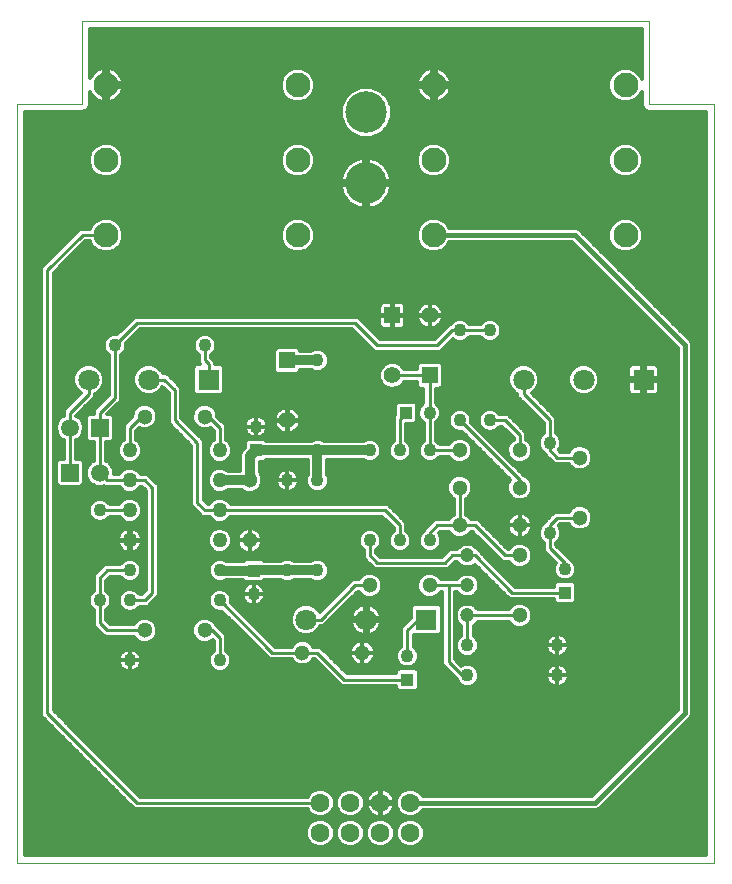
<source format=gbl>
G75*
%MOIN*%
%OFA0B0*%
%FSLAX25Y25*%
%IPPOS*%
%LPD*%
%AMOC8*
5,1,8,0,0,1.08239X$1,22.5*
%
%ADD10R,0.07087X0.07087*%
%ADD11C,0.07087*%
%ADD12C,0.00000*%
%ADD13C,0.08268*%
%ADD14C,0.05512*%
%ADD15R,0.05512X0.05512*%
%ADD16R,0.04331X0.04331*%
%ADD17C,0.04331*%
%ADD18C,0.13843*%
%ADD19C,0.06299*%
%ADD20C,0.05118*%
%ADD21C,0.05000*%
%ADD22C,0.05906*%
%ADD23R,0.05906X0.05906*%
%ADD24C,0.04724*%
%ADD25C,0.01200*%
%ADD26C,0.03346*%
%ADD27C,0.01000*%
%ADD28C,0.03200*%
%ADD29C,0.01600*%
D10*
X0068750Y0165163D03*
X0141250Y0085163D03*
X0213750Y0165163D03*
D11*
X0193750Y0165163D03*
X0173750Y0165163D03*
X0121250Y0085163D03*
X0101250Y0085163D03*
X0048750Y0165163D03*
X0028750Y0165163D03*
D12*
X0005000Y0004100D02*
X0237283Y0004100D01*
X0237283Y0257131D01*
X0215630Y0257131D01*
X0215630Y0284691D01*
X0026654Y0284691D01*
X0026654Y0257131D01*
X0005000Y0257131D01*
X0005000Y0004100D01*
D13*
X0034551Y0213350D03*
X0034551Y0238350D03*
X0034551Y0263350D03*
X0098449Y0263350D03*
X0098449Y0238350D03*
X0098449Y0213350D03*
X0143801Y0213350D03*
X0143801Y0238350D03*
X0143801Y0263350D03*
X0207699Y0263350D03*
X0207699Y0238350D03*
X0207699Y0213350D03*
D14*
X0142500Y0186600D03*
X0130000Y0166600D03*
X0095000Y0151600D03*
D15*
X0095000Y0171600D03*
X0130000Y0186600D03*
X0142500Y0166600D03*
D16*
X0134560Y0154100D03*
X0084500Y0141660D03*
X0083750Y0101540D03*
X0134995Y0065170D03*
X0187500Y0094160D03*
D17*
X0187500Y0102040D03*
X0182500Y0114100D03*
X0182500Y0144100D03*
X0162500Y0151600D03*
X0152500Y0151600D03*
X0142440Y0154100D03*
X0142500Y0141600D03*
X0132500Y0141600D03*
X0122500Y0141600D03*
X0105000Y0141600D03*
X0105000Y0131600D03*
X0095000Y0131600D03*
X0084500Y0149540D03*
X0105000Y0171600D03*
X0067500Y0176600D03*
X0037500Y0176600D03*
X0032500Y0121600D03*
X0042500Y0101600D03*
X0042500Y0091600D03*
X0032500Y0091600D03*
X0042500Y0071600D03*
X0072500Y0071600D03*
X0072500Y0091600D03*
X0072500Y0101600D03*
X0083750Y0093660D03*
X0095000Y0101600D03*
X0105000Y0101600D03*
X0122500Y0111600D03*
X0132500Y0111600D03*
X0142500Y0111600D03*
X0155000Y0076600D03*
X0155000Y0066600D03*
X0134998Y0073030D03*
X0185000Y0076600D03*
X0185000Y0066600D03*
X0162500Y0181600D03*
X0152500Y0181600D03*
D18*
X0121250Y0230663D03*
X0121250Y0254285D03*
D19*
X0126000Y0024100D03*
X0126000Y0014100D03*
X0116000Y0014100D03*
X0116000Y0024100D03*
X0106000Y0024100D03*
X0106000Y0014100D03*
X0136000Y0014100D03*
X0136000Y0024100D03*
D20*
X0120000Y0074100D03*
X0122500Y0096600D03*
X0142500Y0096600D03*
X0152500Y0116600D03*
X0152500Y0129100D03*
X0152500Y0141600D03*
X0172500Y0141600D03*
X0172500Y0129100D03*
X0172500Y0116600D03*
X0172500Y0106600D03*
X0172500Y0086600D03*
X0192500Y0119100D03*
X0192500Y0139100D03*
X0100000Y0074100D03*
X0067500Y0081600D03*
X0047500Y0081600D03*
X0082500Y0111600D03*
X0082500Y0131600D03*
X0067500Y0152850D03*
X0047500Y0152850D03*
D21*
X0042500Y0141600D03*
X0042500Y0131600D03*
X0042500Y0121600D03*
X0042500Y0111600D03*
X0072500Y0111600D03*
X0072500Y0121600D03*
X0072500Y0131600D03*
X0072500Y0141600D03*
D22*
X0032500Y0134100D03*
X0022500Y0149100D03*
D23*
X0032500Y0149100D03*
X0022500Y0134100D03*
D24*
X0155000Y0106600D03*
X0155000Y0096600D03*
X0155000Y0086600D03*
D25*
X0151290Y0087996D02*
X0150850Y0087996D01*
X0151038Y0087388D02*
X0151641Y0088844D01*
X0152756Y0089959D01*
X0154212Y0090562D01*
X0155788Y0090562D01*
X0157244Y0089959D01*
X0158359Y0088844D01*
X0158419Y0088700D01*
X0168868Y0088700D01*
X0168974Y0088956D01*
X0170144Y0090126D01*
X0171673Y0090759D01*
X0173327Y0090759D01*
X0174856Y0090126D01*
X0176026Y0088956D01*
X0176659Y0087427D01*
X0176659Y0085773D01*
X0176026Y0084244D01*
X0174856Y0083074D01*
X0173327Y0082441D01*
X0171673Y0082441D01*
X0170144Y0083074D01*
X0168974Y0084244D01*
X0168868Y0084500D01*
X0158419Y0084500D01*
X0158359Y0084356D01*
X0157244Y0083241D01*
X0157100Y0083181D01*
X0157100Y0079806D01*
X0157133Y0079792D01*
X0158192Y0078733D01*
X0158765Y0077349D01*
X0158765Y0075851D01*
X0158192Y0074467D01*
X0157133Y0073408D01*
X0155749Y0072835D01*
X0154251Y0072835D01*
X0152867Y0073408D01*
X0151808Y0074467D01*
X0151235Y0075851D01*
X0151235Y0077349D01*
X0151808Y0078733D01*
X0152867Y0079792D01*
X0152900Y0079806D01*
X0152900Y0083181D01*
X0152756Y0083241D01*
X0151641Y0084356D01*
X0151038Y0085812D01*
X0151038Y0087388D01*
X0151038Y0086797D02*
X0150850Y0086797D01*
X0150850Y0085599D02*
X0151126Y0085599D01*
X0150850Y0084400D02*
X0151622Y0084400D01*
X0150850Y0083202D02*
X0152850Y0083202D01*
X0152900Y0082003D02*
X0150850Y0082003D01*
X0150850Y0080805D02*
X0152900Y0080805D01*
X0152681Y0079606D02*
X0150850Y0079606D01*
X0150850Y0078408D02*
X0151673Y0078408D01*
X0151235Y0077209D02*
X0150850Y0077209D01*
X0150850Y0076011D02*
X0151235Y0076011D01*
X0150850Y0074812D02*
X0151665Y0074812D01*
X0150850Y0073614D02*
X0152661Y0073614D01*
X0150850Y0072415D02*
X0225100Y0072415D01*
X0225100Y0071217D02*
X0151603Y0071217D01*
X0150850Y0071970D02*
X0150850Y0094500D01*
X0151581Y0094500D01*
X0151641Y0094356D01*
X0152756Y0093241D01*
X0154212Y0092638D01*
X0155788Y0092638D01*
X0157244Y0093241D01*
X0158359Y0094356D01*
X0158962Y0095812D01*
X0158962Y0097388D01*
X0158359Y0098844D01*
X0157244Y0099959D01*
X0155788Y0100562D01*
X0154212Y0100562D01*
X0152756Y0099959D01*
X0151641Y0098844D01*
X0151581Y0098700D01*
X0148841Y0098700D01*
X0148339Y0098867D01*
X0148004Y0098700D01*
X0146132Y0098700D01*
X0146026Y0098956D01*
X0144856Y0100126D01*
X0143327Y0100759D01*
X0141673Y0100759D01*
X0140144Y0100126D01*
X0138974Y0098956D01*
X0138341Y0097427D01*
X0138341Y0095773D01*
X0138974Y0094244D01*
X0140144Y0093074D01*
X0141673Y0092441D01*
X0143327Y0092441D01*
X0144856Y0093074D01*
X0146026Y0094244D01*
X0146132Y0094500D01*
X0146650Y0094500D01*
X0146650Y0070230D01*
X0147880Y0069000D01*
X0151380Y0065500D01*
X0151808Y0064467D01*
X0152867Y0063408D01*
X0154251Y0062835D01*
X0155749Y0062835D01*
X0157133Y0063408D01*
X0158192Y0064467D01*
X0158765Y0065851D01*
X0158765Y0067349D01*
X0158192Y0068733D01*
X0157133Y0069792D01*
X0155749Y0070365D01*
X0154251Y0070365D01*
X0152981Y0069839D01*
X0150850Y0071970D01*
X0152802Y0070018D02*
X0153413Y0070018D01*
X0156587Y0070018D02*
X0183413Y0070018D01*
X0183216Y0069937D02*
X0182600Y0069525D01*
X0182075Y0069000D01*
X0181663Y0068384D01*
X0181379Y0067698D01*
X0181235Y0066971D01*
X0181235Y0066600D01*
X0181235Y0066229D01*
X0181379Y0065502D01*
X0181663Y0064816D01*
X0182075Y0064200D01*
X0182600Y0063675D01*
X0183216Y0063263D01*
X0183902Y0062979D01*
X0184629Y0062835D01*
X0185000Y0062835D01*
X0185371Y0062835D01*
X0186098Y0062979D01*
X0186784Y0063263D01*
X0187400Y0063675D01*
X0187925Y0064200D01*
X0188337Y0064816D01*
X0188621Y0065502D01*
X0188765Y0066229D01*
X0188765Y0066600D01*
X0188765Y0066971D01*
X0188621Y0067698D01*
X0188337Y0068384D01*
X0187925Y0069000D01*
X0187400Y0069525D01*
X0186784Y0069937D01*
X0186098Y0070221D01*
X0185371Y0070365D01*
X0185000Y0070365D01*
X0184629Y0070365D01*
X0183902Y0070221D01*
X0183216Y0069937D01*
X0181955Y0068820D02*
X0158105Y0068820D01*
X0158653Y0067621D02*
X0181364Y0067621D01*
X0181235Y0066600D02*
X0185000Y0066600D01*
X0188765Y0066600D01*
X0185000Y0066600D01*
X0185000Y0066600D01*
X0185000Y0066600D01*
X0185000Y0070365D01*
X0185000Y0066600D01*
X0185000Y0062835D01*
X0185000Y0066600D01*
X0185000Y0066600D01*
X0185000Y0066600D01*
X0181235Y0066600D01*
X0181235Y0066423D02*
X0158765Y0066423D01*
X0158506Y0065224D02*
X0181494Y0065224D01*
X0182249Y0064026D02*
X0157751Y0064026D01*
X0152249Y0064026D02*
X0138760Y0064026D01*
X0138760Y0065224D02*
X0151494Y0065224D01*
X0150458Y0066423D02*
X0138760Y0066423D01*
X0138760Y0067621D02*
X0149259Y0067621D01*
X0148061Y0068820D02*
X0137939Y0068820D01*
X0137823Y0068935D02*
X0132167Y0068935D01*
X0131230Y0067998D01*
X0131230Y0067270D01*
X0114800Y0067270D01*
X0107100Y0074970D01*
X0105870Y0076200D01*
X0103632Y0076200D01*
X0103526Y0076456D01*
X0102356Y0077626D01*
X0100827Y0078259D01*
X0099173Y0078259D01*
X0097644Y0077626D01*
X0096474Y0076456D01*
X0096368Y0076200D01*
X0090870Y0076200D01*
X0076252Y0090818D01*
X0076265Y0090851D01*
X0076265Y0092349D01*
X0075692Y0093733D01*
X0074633Y0094792D01*
X0073249Y0095365D01*
X0071751Y0095365D01*
X0070367Y0094792D01*
X0069308Y0093733D01*
X0068735Y0092349D01*
X0068735Y0090851D01*
X0069308Y0089467D01*
X0070367Y0088408D01*
X0071751Y0087835D01*
X0073249Y0087835D01*
X0073282Y0087848D01*
X0089130Y0072000D01*
X0096368Y0072000D01*
X0096474Y0071744D01*
X0097644Y0070574D01*
X0099173Y0069941D01*
X0100827Y0069941D01*
X0102356Y0070574D01*
X0103526Y0071744D01*
X0103632Y0072000D01*
X0104130Y0072000D01*
X0113060Y0063070D01*
X0131230Y0063070D01*
X0131230Y0062342D01*
X0132167Y0061405D01*
X0137823Y0061405D01*
X0138760Y0062342D01*
X0138760Y0067998D01*
X0137823Y0068935D01*
X0137130Y0069838D02*
X0138190Y0070897D01*
X0138763Y0072281D01*
X0138763Y0073779D01*
X0138190Y0075163D01*
X0137130Y0076222D01*
X0137101Y0076234D01*
X0137101Y0076400D01*
X0137100Y0076401D01*
X0137100Y0080020D01*
X0145456Y0080020D01*
X0146393Y0080957D01*
X0146393Y0089369D01*
X0145456Y0090306D01*
X0137044Y0090306D01*
X0136107Y0089369D01*
X0136107Y0085677D01*
X0134130Y0083700D01*
X0132900Y0082470D01*
X0132900Y0076237D01*
X0132865Y0076222D01*
X0131805Y0075163D01*
X0131232Y0073779D01*
X0131232Y0072281D01*
X0131805Y0070897D01*
X0132865Y0069838D01*
X0134249Y0069265D01*
X0135746Y0069265D01*
X0137130Y0069838D01*
X0137311Y0070018D02*
X0146862Y0070018D01*
X0146650Y0071217D02*
X0138322Y0071217D01*
X0138763Y0072415D02*
X0146650Y0072415D01*
X0146650Y0073614D02*
X0138763Y0073614D01*
X0138335Y0074812D02*
X0146650Y0074812D01*
X0146650Y0076011D02*
X0137342Y0076011D01*
X0137100Y0077209D02*
X0146650Y0077209D01*
X0146650Y0078408D02*
X0137100Y0078408D01*
X0137100Y0079606D02*
X0146650Y0079606D01*
X0146650Y0080805D02*
X0146241Y0080805D01*
X0146393Y0082003D02*
X0146650Y0082003D01*
X0146650Y0083202D02*
X0146393Y0083202D01*
X0146393Y0084400D02*
X0146650Y0084400D01*
X0146650Y0085599D02*
X0146393Y0085599D01*
X0146393Y0086797D02*
X0146650Y0086797D01*
X0146650Y0087996D02*
X0146393Y0087996D01*
X0146393Y0089194D02*
X0146650Y0089194D01*
X0146650Y0090393D02*
X0114263Y0090393D01*
X0115461Y0091591D02*
X0146650Y0091591D01*
X0146650Y0092790D02*
X0144170Y0092790D01*
X0145770Y0093988D02*
X0146650Y0093988D01*
X0146098Y0098782D02*
X0148169Y0098782D01*
X0148594Y0098782D02*
X0151615Y0098782D01*
X0152809Y0099981D02*
X0145001Y0099981D01*
X0148370Y0102000D02*
X0149600Y0103230D01*
X0150870Y0104500D01*
X0151581Y0104500D01*
X0151641Y0104356D01*
X0152756Y0103241D01*
X0154212Y0102638D01*
X0155788Y0102638D01*
X0157244Y0103241D01*
X0157567Y0103563D01*
X0167900Y0093230D01*
X0169130Y0092000D01*
X0183735Y0092000D01*
X0183735Y0091332D01*
X0184672Y0090395D01*
X0190328Y0090395D01*
X0191265Y0091332D01*
X0191265Y0096988D01*
X0190328Y0097925D01*
X0184672Y0097925D01*
X0183735Y0096988D01*
X0183735Y0096200D01*
X0170870Y0096200D01*
X0158453Y0108616D01*
X0158359Y0108844D01*
X0157244Y0109959D01*
X0155788Y0110562D01*
X0154212Y0110562D01*
X0152756Y0109959D01*
X0151641Y0108844D01*
X0151581Y0108700D01*
X0149130Y0108700D01*
X0146630Y0106200D01*
X0125870Y0106200D01*
X0124600Y0107470D01*
X0124600Y0108394D01*
X0124633Y0108408D01*
X0125692Y0109467D01*
X0126265Y0110851D01*
X0126265Y0112349D01*
X0125692Y0113733D01*
X0124633Y0114792D01*
X0123249Y0115365D01*
X0121751Y0115365D01*
X0120367Y0114792D01*
X0119308Y0113733D01*
X0118735Y0112349D01*
X0118735Y0110851D01*
X0119308Y0109467D01*
X0120367Y0108408D01*
X0120400Y0108394D01*
X0120400Y0105730D01*
X0121630Y0104500D01*
X0124130Y0102000D01*
X0148370Y0102000D01*
X0148748Y0102378D02*
X0158752Y0102378D01*
X0159951Y0101179D02*
X0108765Y0101179D01*
X0108765Y0100851D02*
X0108765Y0102349D01*
X0108192Y0103733D01*
X0107133Y0104792D01*
X0105749Y0105365D01*
X0104251Y0105365D01*
X0102886Y0104800D01*
X0097114Y0104800D01*
X0095749Y0105365D01*
X0094251Y0105365D01*
X0092886Y0104800D01*
X0087083Y0104800D01*
X0086578Y0105305D01*
X0080922Y0105305D01*
X0080357Y0104740D01*
X0074685Y0104740D01*
X0074633Y0104792D01*
X0073249Y0105365D01*
X0071751Y0105365D01*
X0070367Y0104792D01*
X0069308Y0103733D01*
X0068735Y0102349D01*
X0068735Y0100851D01*
X0069308Y0099467D01*
X0070367Y0098408D01*
X0071751Y0097835D01*
X0073249Y0097835D01*
X0074469Y0098340D01*
X0080357Y0098340D01*
X0080922Y0097775D01*
X0086578Y0097775D01*
X0087203Y0098400D01*
X0092886Y0098400D01*
X0094251Y0097835D01*
X0095749Y0097835D01*
X0097114Y0098400D01*
X0102886Y0098400D01*
X0104251Y0097835D01*
X0105749Y0097835D01*
X0107133Y0098408D01*
X0108192Y0099467D01*
X0108765Y0100851D01*
X0108405Y0099981D02*
X0119999Y0099981D01*
X0120144Y0100126D02*
X0118974Y0098956D01*
X0118868Y0098700D01*
X0116630Y0098700D01*
X0115400Y0097470D01*
X0105726Y0087796D01*
X0105610Y0088076D01*
X0104163Y0089523D01*
X0102273Y0090306D01*
X0100227Y0090306D01*
X0098337Y0089523D01*
X0096890Y0088076D01*
X0096107Y0086186D01*
X0096107Y0084140D01*
X0096890Y0082250D01*
X0098337Y0080803D01*
X0100227Y0080020D01*
X0102273Y0080020D01*
X0104163Y0080803D01*
X0105610Y0082250D01*
X0105947Y0083063D01*
X0106933Y0083063D01*
X0118370Y0094500D01*
X0118868Y0094500D01*
X0118974Y0094244D01*
X0120144Y0093074D01*
X0121673Y0092441D01*
X0123327Y0092441D01*
X0124856Y0093074D01*
X0126026Y0094244D01*
X0126659Y0095773D01*
X0126659Y0097427D01*
X0126026Y0098956D01*
X0124856Y0100126D01*
X0123327Y0100759D01*
X0121673Y0100759D01*
X0120144Y0100126D01*
X0118902Y0098782D02*
X0107507Y0098782D01*
X0108753Y0102378D02*
X0123752Y0102378D01*
X0122554Y0103576D02*
X0108257Y0103576D01*
X0107150Y0104775D02*
X0121355Y0104775D01*
X0120400Y0105973D02*
X0052100Y0105973D01*
X0052100Y0104775D02*
X0070350Y0104775D01*
X0069243Y0103576D02*
X0052100Y0103576D01*
X0052100Y0102378D02*
X0068747Y0102378D01*
X0068735Y0101179D02*
X0052100Y0101179D01*
X0052100Y0099981D02*
X0069095Y0099981D01*
X0069993Y0098782D02*
X0052100Y0098782D01*
X0052100Y0097584D02*
X0115514Y0097584D01*
X0114316Y0096385D02*
X0086350Y0096385D01*
X0086150Y0096585D02*
X0086675Y0096060D01*
X0087087Y0095444D01*
X0087371Y0094758D01*
X0087515Y0094031D01*
X0087515Y0093660D01*
X0083750Y0093660D01*
X0083750Y0093660D01*
X0083750Y0097425D01*
X0083379Y0097425D01*
X0082652Y0097281D01*
X0081966Y0096997D01*
X0081350Y0096585D01*
X0080825Y0096060D01*
X0080413Y0095444D01*
X0080129Y0094758D01*
X0079985Y0094031D01*
X0079985Y0093660D01*
X0079985Y0093289D01*
X0080129Y0092562D01*
X0080413Y0091876D01*
X0080825Y0091260D01*
X0081350Y0090735D01*
X0081966Y0090323D01*
X0082652Y0090039D01*
X0083379Y0089895D01*
X0083750Y0089895D01*
X0084121Y0089895D01*
X0084848Y0090039D01*
X0085534Y0090323D01*
X0086150Y0090735D01*
X0086675Y0091260D01*
X0087087Y0091876D01*
X0087371Y0092562D01*
X0087515Y0093289D01*
X0087515Y0093660D01*
X0083750Y0093660D01*
X0083750Y0097425D01*
X0084121Y0097425D01*
X0084848Y0097281D01*
X0085534Y0096997D01*
X0086150Y0096585D01*
X0087193Y0095187D02*
X0113117Y0095187D01*
X0111919Y0093988D02*
X0087515Y0093988D01*
X0087416Y0092790D02*
X0110720Y0092790D01*
X0109521Y0091591D02*
X0086896Y0091591D01*
X0085638Y0090393D02*
X0108323Y0090393D01*
X0107124Y0089194D02*
X0104492Y0089194D01*
X0105644Y0087996D02*
X0105926Y0087996D01*
X0109469Y0085599D02*
X0120767Y0085599D01*
X0120767Y0085646D02*
X0120767Y0084680D01*
X0121733Y0084680D01*
X0121733Y0085646D01*
X0126381Y0085646D01*
X0126267Y0086367D01*
X0126016Y0087137D01*
X0125649Y0087859D01*
X0125173Y0088514D01*
X0124601Y0089086D01*
X0123946Y0089562D01*
X0123224Y0089929D01*
X0122454Y0090180D01*
X0121733Y0090294D01*
X0121733Y0085646D01*
X0120767Y0085646D01*
X0120767Y0090294D01*
X0120046Y0090180D01*
X0119276Y0089929D01*
X0118554Y0089562D01*
X0117899Y0089086D01*
X0117327Y0088514D01*
X0116851Y0087859D01*
X0116484Y0087137D01*
X0116233Y0086367D01*
X0116119Y0085646D01*
X0120767Y0085646D01*
X0120767Y0084680D02*
X0116119Y0084680D01*
X0116233Y0083959D01*
X0116484Y0083189D01*
X0116851Y0082467D01*
X0117327Y0081812D01*
X0117899Y0081240D01*
X0118554Y0080764D01*
X0119276Y0080397D01*
X0120046Y0080146D01*
X0120767Y0080032D01*
X0120767Y0084680D01*
X0120767Y0084400D02*
X0121733Y0084400D01*
X0121733Y0084680D02*
X0121733Y0080032D01*
X0122454Y0080146D01*
X0123224Y0080397D01*
X0123946Y0080764D01*
X0124601Y0081240D01*
X0125173Y0081812D01*
X0125649Y0082467D01*
X0126016Y0083189D01*
X0126267Y0083959D01*
X0126381Y0084680D01*
X0121733Y0084680D01*
X0121733Y0085599D02*
X0136029Y0085599D01*
X0136107Y0086797D02*
X0126127Y0086797D01*
X0125549Y0087996D02*
X0136107Y0087996D01*
X0136107Y0089194D02*
X0124452Y0089194D01*
X0124170Y0092790D02*
X0140830Y0092790D01*
X0139230Y0093988D02*
X0125770Y0093988D01*
X0126416Y0095187D02*
X0138584Y0095187D01*
X0138341Y0096385D02*
X0126659Y0096385D01*
X0126594Y0097584D02*
X0138406Y0097584D01*
X0138902Y0098782D02*
X0126098Y0098782D01*
X0125001Y0099981D02*
X0139999Y0099981D01*
X0141751Y0107835D02*
X0143249Y0107835D01*
X0144633Y0108408D01*
X0145692Y0109467D01*
X0146265Y0110851D01*
X0146265Y0112349D01*
X0145692Y0113733D01*
X0145397Y0114028D01*
X0145870Y0114500D01*
X0148868Y0114500D01*
X0148974Y0114244D01*
X0150144Y0113074D01*
X0151673Y0112441D01*
X0153327Y0112441D01*
X0154856Y0113074D01*
X0156026Y0114244D01*
X0156132Y0114500D01*
X0156630Y0114500D01*
X0165400Y0105730D01*
X0166630Y0104500D01*
X0168868Y0104500D01*
X0168974Y0104244D01*
X0170144Y0103074D01*
X0171673Y0102441D01*
X0173327Y0102441D01*
X0174856Y0103074D01*
X0176026Y0104244D01*
X0176659Y0105773D01*
X0176659Y0107427D01*
X0176026Y0108956D01*
X0174856Y0110126D01*
X0173327Y0110759D01*
X0171673Y0110759D01*
X0170144Y0110126D01*
X0168974Y0108956D01*
X0168868Y0108700D01*
X0168370Y0108700D01*
X0158370Y0118700D01*
X0156132Y0118700D01*
X0156026Y0118956D01*
X0154856Y0120126D01*
X0154600Y0120232D01*
X0154600Y0125468D01*
X0154856Y0125574D01*
X0156026Y0126744D01*
X0156659Y0128273D01*
X0156659Y0129927D01*
X0156026Y0131456D01*
X0154856Y0132626D01*
X0153327Y0133259D01*
X0151673Y0133259D01*
X0150144Y0132626D01*
X0148974Y0131456D01*
X0148341Y0129927D01*
X0148341Y0128273D01*
X0148974Y0126744D01*
X0150144Y0125574D01*
X0150400Y0125468D01*
X0150400Y0120232D01*
X0150144Y0120126D01*
X0148974Y0118956D01*
X0148868Y0118700D01*
X0144130Y0118700D01*
X0142900Y0117470D01*
X0140400Y0114970D01*
X0140400Y0114806D01*
X0140367Y0114792D01*
X0139308Y0113733D01*
X0138735Y0112349D01*
X0138735Y0110851D01*
X0139308Y0109467D01*
X0140367Y0108408D01*
X0141751Y0107835D01*
X0140457Y0108370D02*
X0134543Y0108370D01*
X0134633Y0108408D02*
X0135692Y0109467D01*
X0136265Y0110851D01*
X0136265Y0112349D01*
X0135692Y0113733D01*
X0134633Y0114792D01*
X0134600Y0114806D01*
X0134600Y0117470D01*
X0133370Y0118700D01*
X0128370Y0123700D01*
X0076068Y0123700D01*
X0075976Y0123922D01*
X0074822Y0125076D01*
X0073316Y0125700D01*
X0071684Y0125700D01*
X0070178Y0125076D01*
X0069024Y0123922D01*
X0068932Y0123700D01*
X0068370Y0123700D01*
X0067100Y0124970D01*
X0067100Y0144970D01*
X0059600Y0152470D01*
X0059600Y0162470D01*
X0058370Y0163700D01*
X0054807Y0167263D01*
X0053447Y0167263D01*
X0053110Y0168076D01*
X0051663Y0169523D01*
X0049773Y0170306D01*
X0047727Y0170306D01*
X0045837Y0169523D01*
X0044390Y0168076D01*
X0043607Y0166186D01*
X0043607Y0164140D01*
X0044390Y0162250D01*
X0045837Y0160803D01*
X0047727Y0160020D01*
X0049773Y0160020D01*
X0051663Y0160803D01*
X0053110Y0162250D01*
X0053336Y0162794D01*
X0055400Y0160730D01*
X0055400Y0150730D01*
X0056630Y0149500D01*
X0056630Y0149500D01*
X0062900Y0143230D01*
X0062900Y0123230D01*
X0064130Y0122000D01*
X0066630Y0119500D01*
X0068932Y0119500D01*
X0069024Y0119278D01*
X0070178Y0118124D01*
X0071684Y0117500D01*
X0073316Y0117500D01*
X0074822Y0118124D01*
X0075976Y0119278D01*
X0076068Y0119500D01*
X0126630Y0119500D01*
X0130400Y0115730D01*
X0130400Y0114806D01*
X0130367Y0114792D01*
X0129308Y0113733D01*
X0128735Y0112349D01*
X0128735Y0110851D01*
X0129308Y0109467D01*
X0130367Y0108408D01*
X0131751Y0107835D01*
X0133249Y0107835D01*
X0134633Y0108408D01*
X0135734Y0109569D02*
X0139266Y0109569D01*
X0138769Y0110768D02*
X0136231Y0110768D01*
X0136265Y0111966D02*
X0138735Y0111966D01*
X0139072Y0113165D02*
X0135928Y0113165D01*
X0135062Y0114363D02*
X0139938Y0114363D01*
X0140992Y0115562D02*
X0134600Y0115562D01*
X0134600Y0116760D02*
X0142190Y0116760D01*
X0143389Y0117959D02*
X0134111Y0117959D01*
X0132913Y0119157D02*
X0149175Y0119157D01*
X0150400Y0120356D02*
X0131714Y0120356D01*
X0130516Y0121554D02*
X0150400Y0121554D01*
X0150400Y0122753D02*
X0129317Y0122753D01*
X0126973Y0119157D02*
X0075855Y0119157D01*
X0074423Y0117959D02*
X0128172Y0117959D01*
X0129370Y0116760D02*
X0052100Y0116760D01*
X0052100Y0115562D02*
X0071350Y0115562D01*
X0071684Y0115700D02*
X0070178Y0115076D01*
X0069024Y0113922D01*
X0068400Y0112416D01*
X0068400Y0110784D01*
X0069024Y0109278D01*
X0070178Y0108124D01*
X0071684Y0107500D01*
X0073316Y0107500D01*
X0074822Y0108124D01*
X0075976Y0109278D01*
X0076600Y0110784D01*
X0076600Y0112416D01*
X0075976Y0113922D01*
X0074822Y0115076D01*
X0073316Y0115700D01*
X0071684Y0115700D01*
X0073650Y0115562D02*
X0081233Y0115562D01*
X0081526Y0115657D02*
X0080903Y0115454D01*
X0080320Y0115157D01*
X0079791Y0114772D01*
X0079328Y0114309D01*
X0078943Y0113780D01*
X0078646Y0113197D01*
X0078443Y0112574D01*
X0078341Y0111927D01*
X0078341Y0111600D01*
X0082500Y0111600D01*
X0082500Y0111600D01*
X0082500Y0115759D01*
X0082827Y0115759D01*
X0083474Y0115657D01*
X0084097Y0115454D01*
X0084680Y0115157D01*
X0085209Y0114772D01*
X0085672Y0114309D01*
X0086057Y0113780D01*
X0086354Y0113197D01*
X0086557Y0112574D01*
X0086659Y0111927D01*
X0086659Y0111600D01*
X0082500Y0111600D01*
X0082500Y0111600D01*
X0082500Y0111600D01*
X0082500Y0115759D01*
X0082173Y0115759D01*
X0081526Y0115657D01*
X0082500Y0115562D02*
X0082500Y0115562D01*
X0082500Y0114363D02*
X0082500Y0114363D01*
X0082500Y0113165D02*
X0082500Y0113165D01*
X0082500Y0111966D02*
X0082500Y0111966D01*
X0082500Y0111600D02*
X0078341Y0111600D01*
X0078341Y0111273D01*
X0078443Y0110626D01*
X0078646Y0110003D01*
X0078943Y0109420D01*
X0079328Y0108891D01*
X0079791Y0108428D01*
X0080320Y0108043D01*
X0080903Y0107746D01*
X0081526Y0107543D01*
X0082173Y0107441D01*
X0082500Y0107441D01*
X0082827Y0107441D01*
X0083474Y0107543D01*
X0084097Y0107746D01*
X0084680Y0108043D01*
X0085209Y0108428D01*
X0085672Y0108891D01*
X0086057Y0109420D01*
X0086354Y0110003D01*
X0086557Y0110626D01*
X0086659Y0111273D01*
X0086659Y0111600D01*
X0082500Y0111600D01*
X0082500Y0107441D01*
X0082500Y0111600D01*
X0082500Y0111600D01*
X0082500Y0110768D02*
X0082500Y0110768D01*
X0082500Y0109569D02*
X0082500Y0109569D01*
X0082500Y0108370D02*
X0082500Y0108370D01*
X0085131Y0108370D02*
X0120400Y0108370D01*
X0120400Y0107172D02*
X0052100Y0107172D01*
X0052100Y0108370D02*
X0069931Y0108370D01*
X0068903Y0109569D02*
X0052100Y0109569D01*
X0052100Y0110768D02*
X0068407Y0110768D01*
X0068400Y0111966D02*
X0052100Y0111966D01*
X0052100Y0113165D02*
X0068710Y0113165D01*
X0069465Y0114363D02*
X0052100Y0114363D01*
X0052100Y0117959D02*
X0070577Y0117959D01*
X0069145Y0119157D02*
X0052100Y0119157D01*
X0052100Y0120356D02*
X0065775Y0120356D01*
X0064576Y0121554D02*
X0052100Y0121554D01*
X0052100Y0122753D02*
X0063378Y0122753D01*
X0062900Y0123951D02*
X0052100Y0123951D01*
X0052100Y0125150D02*
X0062900Y0125150D01*
X0062900Y0126348D02*
X0052100Y0126348D01*
X0052100Y0127547D02*
X0062900Y0127547D01*
X0062900Y0128745D02*
X0052100Y0128745D01*
X0052100Y0129944D02*
X0062900Y0129944D01*
X0062900Y0131142D02*
X0050928Y0131142D01*
X0052100Y0129970D02*
X0049600Y0132470D01*
X0048370Y0133700D01*
X0046068Y0133700D01*
X0045976Y0133922D01*
X0044822Y0135076D01*
X0043316Y0135700D01*
X0041684Y0135700D01*
X0040178Y0135076D01*
X0039024Y0133922D01*
X0038932Y0133700D01*
X0037053Y0133700D01*
X0037053Y0135006D01*
X0036360Y0136679D01*
X0035079Y0137960D01*
X0034600Y0138158D01*
X0034600Y0144547D01*
X0036115Y0144547D01*
X0037053Y0145484D01*
X0037053Y0152715D01*
X0043146Y0152715D01*
X0043341Y0152911D02*
X0041630Y0151200D01*
X0040400Y0149970D01*
X0040400Y0145168D01*
X0040178Y0145076D01*
X0039024Y0143922D01*
X0038400Y0142416D01*
X0038400Y0140784D01*
X0039024Y0139278D01*
X0040178Y0138124D01*
X0041684Y0137500D01*
X0043316Y0137500D01*
X0044822Y0138124D01*
X0045976Y0139278D01*
X0046600Y0140784D01*
X0046600Y0142416D01*
X0045976Y0143922D01*
X0044822Y0145076D01*
X0044600Y0145168D01*
X0044600Y0148230D01*
X0045533Y0149163D01*
X0046673Y0148691D01*
X0048327Y0148691D01*
X0049856Y0149324D01*
X0051026Y0150494D01*
X0051659Y0152023D01*
X0051659Y0153677D01*
X0051026Y0155206D01*
X0049856Y0156376D01*
X0048327Y0157009D01*
X0046673Y0157009D01*
X0045144Y0156376D01*
X0043974Y0155206D01*
X0043341Y0153677D01*
X0043341Y0152911D01*
X0043439Y0153914D02*
X0035284Y0153914D01*
X0035023Y0153653D02*
X0039600Y0158230D01*
X0039600Y0173394D01*
X0039633Y0173408D01*
X0040692Y0174467D01*
X0041265Y0175851D01*
X0041265Y0177349D01*
X0041252Y0177382D01*
X0045870Y0182000D01*
X0116630Y0182000D01*
X0124130Y0174500D01*
X0145870Y0174500D01*
X0147100Y0175730D01*
X0150072Y0178703D01*
X0150367Y0178408D01*
X0151751Y0177835D01*
X0153249Y0177835D01*
X0154633Y0178408D01*
X0155692Y0179467D01*
X0155706Y0179500D01*
X0159294Y0179500D01*
X0159308Y0179467D01*
X0160367Y0178408D01*
X0161751Y0177835D01*
X0163249Y0177835D01*
X0164633Y0178408D01*
X0165692Y0179467D01*
X0166265Y0180851D01*
X0166265Y0182349D01*
X0165692Y0183733D01*
X0164633Y0184792D01*
X0163249Y0185365D01*
X0161751Y0185365D01*
X0160367Y0184792D01*
X0159308Y0183733D01*
X0159294Y0183700D01*
X0155706Y0183700D01*
X0155692Y0183733D01*
X0154633Y0184792D01*
X0153249Y0185365D01*
X0151751Y0185365D01*
X0150367Y0184792D01*
X0149308Y0183733D01*
X0149294Y0183700D01*
X0149130Y0183700D01*
X0144130Y0178700D01*
X0125870Y0178700D01*
X0118370Y0186200D01*
X0044130Y0186200D01*
X0038282Y0180352D01*
X0038249Y0180365D01*
X0036751Y0180365D01*
X0035367Y0179792D01*
X0034308Y0178733D01*
X0033735Y0177349D01*
X0033735Y0175851D01*
X0034308Y0174467D01*
X0035367Y0173408D01*
X0035400Y0173394D01*
X0035400Y0159970D01*
X0031630Y0156200D01*
X0030400Y0154970D01*
X0030400Y0153653D01*
X0028884Y0153653D01*
X0027947Y0152715D01*
X0025323Y0152715D01*
X0025079Y0152960D02*
X0024600Y0153158D01*
X0024600Y0153230D01*
X0030850Y0159480D01*
X0030850Y0160466D01*
X0031663Y0160803D01*
X0033110Y0162250D01*
X0033893Y0164140D01*
X0033893Y0166186D01*
X0033110Y0168076D01*
X0031663Y0169523D01*
X0029773Y0170306D01*
X0027727Y0170306D01*
X0025837Y0169523D01*
X0024390Y0168076D01*
X0023607Y0166186D01*
X0023607Y0164140D01*
X0024390Y0162250D01*
X0025837Y0160803D01*
X0026117Y0160687D01*
X0021630Y0156200D01*
X0020400Y0154970D01*
X0020400Y0153158D01*
X0019921Y0152960D01*
X0018640Y0151679D01*
X0017947Y0150006D01*
X0017947Y0148194D01*
X0018640Y0146521D01*
X0019921Y0145240D01*
X0020400Y0145042D01*
X0020400Y0138653D01*
X0018884Y0138653D01*
X0017947Y0137715D01*
X0017947Y0130484D01*
X0018884Y0129547D01*
X0026115Y0129547D01*
X0027053Y0130484D01*
X0027053Y0137715D01*
X0026115Y0138653D01*
X0024600Y0138653D01*
X0024600Y0145042D01*
X0025079Y0145240D01*
X0026360Y0146521D01*
X0027053Y0148194D01*
X0027053Y0150006D01*
X0026360Y0151679D01*
X0025079Y0152960D01*
X0025284Y0153914D02*
X0030400Y0153914D01*
X0030543Y0155112D02*
X0026482Y0155112D01*
X0027681Y0156311D02*
X0031741Y0156311D01*
X0032940Y0157509D02*
X0028879Y0157509D01*
X0030078Y0158708D02*
X0034138Y0158708D01*
X0035337Y0159906D02*
X0030850Y0159906D01*
X0031966Y0161105D02*
X0035400Y0161105D01*
X0035400Y0162303D02*
X0033133Y0162303D01*
X0033629Y0163502D02*
X0035400Y0163502D01*
X0035400Y0164701D02*
X0033893Y0164701D01*
X0033893Y0165899D02*
X0035400Y0165899D01*
X0035400Y0167098D02*
X0033516Y0167098D01*
X0032891Y0168296D02*
X0035400Y0168296D01*
X0035400Y0169495D02*
X0031692Y0169495D01*
X0035400Y0170693D02*
X0017100Y0170693D01*
X0017100Y0169495D02*
X0025808Y0169495D01*
X0024609Y0168296D02*
X0017100Y0168296D01*
X0017100Y0167098D02*
X0023984Y0167098D01*
X0023607Y0165899D02*
X0017100Y0165899D01*
X0017100Y0164701D02*
X0023607Y0164701D01*
X0023871Y0163502D02*
X0017100Y0163502D01*
X0017100Y0162303D02*
X0024367Y0162303D01*
X0025534Y0161105D02*
X0017100Y0161105D01*
X0017100Y0159906D02*
X0025337Y0159906D01*
X0024138Y0158708D02*
X0017100Y0158708D01*
X0017100Y0157509D02*
X0022940Y0157509D01*
X0021741Y0156311D02*
X0017100Y0156311D01*
X0017100Y0155112D02*
X0020543Y0155112D01*
X0020400Y0153914D02*
X0017100Y0153914D01*
X0017100Y0152715D02*
X0019677Y0152715D01*
X0018573Y0151517D02*
X0017100Y0151517D01*
X0017100Y0150318D02*
X0018077Y0150318D01*
X0017947Y0149120D02*
X0017100Y0149120D01*
X0017100Y0147921D02*
X0018060Y0147921D01*
X0018557Y0146723D02*
X0017100Y0146723D01*
X0017100Y0145524D02*
X0019637Y0145524D01*
X0020400Y0144326D02*
X0017100Y0144326D01*
X0017100Y0143127D02*
X0020400Y0143127D01*
X0020400Y0141929D02*
X0017100Y0141929D01*
X0017100Y0140730D02*
X0020400Y0140730D01*
X0020400Y0139532D02*
X0017100Y0139532D01*
X0017100Y0138333D02*
X0018565Y0138333D01*
X0017947Y0137135D02*
X0017100Y0137135D01*
X0017100Y0135936D02*
X0017947Y0135936D01*
X0017947Y0134738D02*
X0017100Y0134738D01*
X0017100Y0133539D02*
X0017947Y0133539D01*
X0017947Y0132341D02*
X0017100Y0132341D01*
X0017100Y0131142D02*
X0017947Y0131142D01*
X0018488Y0129944D02*
X0017100Y0129944D01*
X0017100Y0128745D02*
X0039557Y0128745D01*
X0039024Y0129278D02*
X0040178Y0128124D01*
X0041684Y0127500D01*
X0043316Y0127500D01*
X0044822Y0128124D01*
X0045976Y0129278D01*
X0046068Y0129500D01*
X0046630Y0129500D01*
X0047900Y0128230D01*
X0047900Y0094970D01*
X0046630Y0093700D01*
X0045706Y0093700D01*
X0045692Y0093733D01*
X0044633Y0094792D01*
X0043249Y0095365D01*
X0041751Y0095365D01*
X0040367Y0094792D01*
X0039308Y0093733D01*
X0038735Y0092349D01*
X0038735Y0090851D01*
X0039308Y0089467D01*
X0040367Y0088408D01*
X0041751Y0087835D01*
X0043249Y0087835D01*
X0044633Y0088408D01*
X0045692Y0089467D01*
X0045706Y0089500D01*
X0048370Y0089500D01*
X0050870Y0092000D01*
X0052100Y0093230D01*
X0052100Y0129970D01*
X0049729Y0132341D02*
X0062900Y0132341D01*
X0062900Y0133539D02*
X0048531Y0133539D01*
X0047385Y0128745D02*
X0045443Y0128745D01*
X0043428Y0127547D02*
X0047900Y0127547D01*
X0047900Y0126348D02*
X0017100Y0126348D01*
X0017100Y0125150D02*
X0031230Y0125150D01*
X0031751Y0125365D02*
X0030367Y0124792D01*
X0029308Y0123733D01*
X0028735Y0122349D01*
X0028735Y0120851D01*
X0029308Y0119467D01*
X0030367Y0118408D01*
X0031751Y0117835D01*
X0033249Y0117835D01*
X0034633Y0118408D01*
X0035692Y0119467D01*
X0035706Y0119500D01*
X0038932Y0119500D01*
X0039024Y0119278D01*
X0040178Y0118124D01*
X0041684Y0117500D01*
X0043316Y0117500D01*
X0044822Y0118124D01*
X0045976Y0119278D01*
X0046600Y0120784D01*
X0046600Y0122416D01*
X0045976Y0123922D01*
X0044822Y0125076D01*
X0043316Y0125700D01*
X0041684Y0125700D01*
X0040178Y0125076D01*
X0039024Y0123922D01*
X0038932Y0123700D01*
X0035706Y0123700D01*
X0035692Y0123733D01*
X0034633Y0124792D01*
X0033249Y0125365D01*
X0031751Y0125365D01*
X0033770Y0125150D02*
X0040356Y0125150D01*
X0039053Y0123951D02*
X0035474Y0123951D01*
X0035382Y0119157D02*
X0039145Y0119157D01*
X0040577Y0117959D02*
X0033548Y0117959D01*
X0031452Y0117959D02*
X0017100Y0117959D01*
X0017100Y0119157D02*
X0029618Y0119157D01*
X0028940Y0120356D02*
X0017100Y0120356D01*
X0017100Y0121554D02*
X0028735Y0121554D01*
X0028902Y0122753D02*
X0017100Y0122753D01*
X0017100Y0123951D02*
X0029526Y0123951D01*
X0031594Y0129547D02*
X0029921Y0130240D01*
X0028640Y0131521D01*
X0027947Y0133194D01*
X0027947Y0135006D01*
X0028640Y0136679D01*
X0029921Y0137960D01*
X0030400Y0138158D01*
X0030400Y0144547D01*
X0028884Y0144547D01*
X0027947Y0145484D01*
X0027947Y0152715D01*
X0027947Y0151517D02*
X0026427Y0151517D01*
X0026923Y0150318D02*
X0027947Y0150318D01*
X0027947Y0149120D02*
X0027053Y0149120D01*
X0026940Y0147921D02*
X0027947Y0147921D01*
X0027947Y0146723D02*
X0026443Y0146723D01*
X0025363Y0145524D02*
X0027947Y0145524D01*
X0030400Y0144326D02*
X0024600Y0144326D01*
X0024600Y0143127D02*
X0030400Y0143127D01*
X0030400Y0141929D02*
X0024600Y0141929D01*
X0024600Y0140730D02*
X0030400Y0140730D01*
X0030400Y0139532D02*
X0024600Y0139532D01*
X0026435Y0138333D02*
X0030400Y0138333D01*
X0029096Y0137135D02*
X0027053Y0137135D01*
X0027053Y0135936D02*
X0028333Y0135936D01*
X0027947Y0134738D02*
X0027053Y0134738D01*
X0027053Y0133539D02*
X0027947Y0133539D01*
X0028301Y0132341D02*
X0027053Y0132341D01*
X0027053Y0131142D02*
X0029019Y0131142D01*
X0030637Y0129944D02*
X0026512Y0129944D01*
X0031594Y0129547D02*
X0033406Y0129547D01*
X0033885Y0129746D01*
X0034130Y0129500D01*
X0038932Y0129500D01*
X0039024Y0129278D01*
X0041572Y0127547D02*
X0017100Y0127547D01*
X0012900Y0127547D02*
X0007600Y0127547D01*
X0007600Y0128745D02*
X0012900Y0128745D01*
X0012900Y0129944D02*
X0007600Y0129944D01*
X0007600Y0131142D02*
X0012900Y0131142D01*
X0012900Y0132341D02*
X0007600Y0132341D01*
X0007600Y0133539D02*
X0012900Y0133539D01*
X0012900Y0134738D02*
X0007600Y0134738D01*
X0007600Y0135936D02*
X0012900Y0135936D01*
X0012900Y0137135D02*
X0007600Y0137135D01*
X0007600Y0138333D02*
X0012900Y0138333D01*
X0012900Y0139532D02*
X0007600Y0139532D01*
X0007600Y0140730D02*
X0012900Y0140730D01*
X0012900Y0141929D02*
X0007600Y0141929D01*
X0007600Y0143127D02*
X0012900Y0143127D01*
X0012900Y0144326D02*
X0007600Y0144326D01*
X0007600Y0145524D02*
X0012900Y0145524D01*
X0012900Y0146723D02*
X0007600Y0146723D01*
X0007600Y0147921D02*
X0012900Y0147921D01*
X0012900Y0149120D02*
X0007600Y0149120D01*
X0007600Y0150318D02*
X0012900Y0150318D01*
X0012900Y0151517D02*
X0007600Y0151517D01*
X0007600Y0152715D02*
X0012900Y0152715D01*
X0012900Y0153914D02*
X0007600Y0153914D01*
X0007600Y0155112D02*
X0012900Y0155112D01*
X0012900Y0156311D02*
X0007600Y0156311D01*
X0007600Y0157509D02*
X0012900Y0157509D01*
X0012900Y0158708D02*
X0007600Y0158708D01*
X0007600Y0159906D02*
X0012900Y0159906D01*
X0012900Y0161105D02*
X0007600Y0161105D01*
X0007600Y0162303D02*
X0012900Y0162303D01*
X0012900Y0163502D02*
X0007600Y0163502D01*
X0007600Y0164701D02*
X0012900Y0164701D01*
X0012900Y0165899D02*
X0007600Y0165899D01*
X0007600Y0167098D02*
X0012900Y0167098D01*
X0012900Y0168296D02*
X0007600Y0168296D01*
X0007600Y0169495D02*
X0012900Y0169495D01*
X0012900Y0170693D02*
X0007600Y0170693D01*
X0007600Y0171892D02*
X0012900Y0171892D01*
X0012900Y0173090D02*
X0007600Y0173090D01*
X0007600Y0174289D02*
X0012900Y0174289D01*
X0012900Y0175487D02*
X0007600Y0175487D01*
X0007600Y0176686D02*
X0012900Y0176686D01*
X0012900Y0177884D02*
X0007600Y0177884D01*
X0007600Y0179083D02*
X0012900Y0179083D01*
X0012900Y0180281D02*
X0007600Y0180281D01*
X0007600Y0181480D02*
X0012900Y0181480D01*
X0012900Y0182678D02*
X0007600Y0182678D01*
X0007600Y0183877D02*
X0012900Y0183877D01*
X0012900Y0185075D02*
X0007600Y0185075D01*
X0007600Y0186274D02*
X0012900Y0186274D01*
X0012900Y0187472D02*
X0007600Y0187472D01*
X0007600Y0188671D02*
X0012900Y0188671D01*
X0012900Y0189869D02*
X0007600Y0189869D01*
X0007600Y0191068D02*
X0012900Y0191068D01*
X0012900Y0192266D02*
X0007600Y0192266D01*
X0007600Y0193465D02*
X0012900Y0193465D01*
X0012900Y0194663D02*
X0007600Y0194663D01*
X0007600Y0195862D02*
X0012900Y0195862D01*
X0012900Y0197060D02*
X0007600Y0197060D01*
X0007600Y0198259D02*
X0012900Y0198259D01*
X0012900Y0199457D02*
X0007600Y0199457D01*
X0007600Y0200656D02*
X0012900Y0200656D01*
X0012900Y0201854D02*
X0007600Y0201854D01*
X0007600Y0203053D02*
X0013483Y0203053D01*
X0012900Y0202470D02*
X0012900Y0053230D01*
X0042900Y0023230D01*
X0044130Y0022000D01*
X0101729Y0022000D01*
X0101973Y0021410D01*
X0103310Y0020073D01*
X0105055Y0019350D01*
X0106945Y0019350D01*
X0108690Y0020073D01*
X0110027Y0021410D01*
X0110750Y0023155D01*
X0110750Y0025045D01*
X0110027Y0026790D01*
X0108690Y0028127D01*
X0106945Y0028850D01*
X0105055Y0028850D01*
X0103310Y0028127D01*
X0101973Y0026790D01*
X0101729Y0026200D01*
X0045870Y0026200D01*
X0017100Y0054970D01*
X0017100Y0200730D01*
X0027620Y0211250D01*
X0029215Y0211250D01*
X0029690Y0210102D01*
X0031303Y0208489D01*
X0033411Y0207616D01*
X0035692Y0207616D01*
X0037799Y0208489D01*
X0039412Y0210102D01*
X0040285Y0212209D01*
X0040285Y0214491D01*
X0039412Y0216598D01*
X0037799Y0218211D01*
X0035692Y0219084D01*
X0033411Y0219084D01*
X0031303Y0218211D01*
X0029690Y0216598D01*
X0029215Y0215450D01*
X0025880Y0215450D01*
X0012900Y0202470D01*
X0014682Y0204251D02*
X0007600Y0204251D01*
X0007600Y0205450D02*
X0015880Y0205450D01*
X0017079Y0206648D02*
X0007600Y0206648D01*
X0007600Y0207847D02*
X0018277Y0207847D01*
X0019476Y0209045D02*
X0007600Y0209045D01*
X0007600Y0210244D02*
X0020674Y0210244D01*
X0021873Y0211442D02*
X0007600Y0211442D01*
X0007600Y0212641D02*
X0023071Y0212641D01*
X0024270Y0213839D02*
X0007600Y0213839D01*
X0007600Y0215038D02*
X0025468Y0215038D01*
X0029541Y0216237D02*
X0007600Y0216237D01*
X0007600Y0217435D02*
X0030527Y0217435D01*
X0032323Y0218634D02*
X0007600Y0218634D01*
X0007600Y0219832D02*
X0234683Y0219832D01*
X0234683Y0218634D02*
X0209927Y0218634D01*
X0210947Y0218211D02*
X0208839Y0219084D01*
X0206558Y0219084D01*
X0204451Y0218211D01*
X0202838Y0216598D01*
X0201965Y0214491D01*
X0201965Y0212209D01*
X0202838Y0210102D01*
X0204451Y0208489D01*
X0206558Y0207616D01*
X0208839Y0207616D01*
X0210947Y0208489D01*
X0212560Y0210102D01*
X0213433Y0212209D01*
X0213433Y0214491D01*
X0212560Y0216598D01*
X0210947Y0218211D01*
X0211723Y0217435D02*
X0234683Y0217435D01*
X0234683Y0216237D02*
X0212709Y0216237D01*
X0213206Y0215038D02*
X0234683Y0215038D01*
X0234683Y0213839D02*
X0213433Y0213839D01*
X0213433Y0212641D02*
X0234683Y0212641D01*
X0234683Y0211442D02*
X0213115Y0211442D01*
X0212619Y0210244D02*
X0234683Y0210244D01*
X0234683Y0209045D02*
X0211503Y0209045D01*
X0209397Y0207847D02*
X0234683Y0207847D01*
X0234683Y0206648D02*
X0200846Y0206648D01*
X0202044Y0205450D02*
X0234683Y0205450D01*
X0234683Y0204251D02*
X0203243Y0204251D01*
X0204441Y0203053D02*
X0234683Y0203053D01*
X0234683Y0201854D02*
X0205640Y0201854D01*
X0206838Y0200656D02*
X0234683Y0200656D01*
X0234683Y0199457D02*
X0208037Y0199457D01*
X0209235Y0198259D02*
X0234683Y0198259D01*
X0234683Y0197060D02*
X0210434Y0197060D01*
X0211632Y0195862D02*
X0234683Y0195862D01*
X0234683Y0194663D02*
X0212831Y0194663D01*
X0214029Y0193465D02*
X0234683Y0193465D01*
X0234683Y0192266D02*
X0215228Y0192266D01*
X0216426Y0191068D02*
X0234683Y0191068D01*
X0234683Y0189869D02*
X0217625Y0189869D01*
X0218823Y0188671D02*
X0234683Y0188671D01*
X0234683Y0187472D02*
X0220022Y0187472D01*
X0221220Y0186274D02*
X0234683Y0186274D01*
X0234683Y0185075D02*
X0222419Y0185075D01*
X0223617Y0183877D02*
X0234683Y0183877D01*
X0234683Y0182678D02*
X0224816Y0182678D01*
X0226014Y0181480D02*
X0234683Y0181480D01*
X0234683Y0180281D02*
X0227213Y0180281D01*
X0228411Y0179083D02*
X0234683Y0179083D01*
X0234683Y0177884D02*
X0229566Y0177884D01*
X0229535Y0177959D02*
X0229900Y0177077D01*
X0229900Y0053623D01*
X0229535Y0052741D01*
X0199535Y0022741D01*
X0198859Y0022065D01*
X0197977Y0021700D01*
X0140147Y0021700D01*
X0140027Y0021410D01*
X0138690Y0020073D01*
X0136945Y0019350D01*
X0135055Y0019350D01*
X0133310Y0020073D01*
X0131973Y0021410D01*
X0131250Y0023155D01*
X0131250Y0025045D01*
X0131973Y0026790D01*
X0133310Y0028127D01*
X0135055Y0028850D01*
X0136945Y0028850D01*
X0138690Y0028127D01*
X0140027Y0026790D01*
X0140147Y0026500D01*
X0196506Y0026500D01*
X0225100Y0055094D01*
X0225100Y0175606D01*
X0189756Y0210950D01*
X0149013Y0210950D01*
X0148662Y0210102D01*
X0147049Y0208489D01*
X0144942Y0207616D01*
X0142661Y0207616D01*
X0140553Y0208489D01*
X0138940Y0210102D01*
X0138067Y0212209D01*
X0138067Y0214491D01*
X0138940Y0216598D01*
X0140553Y0218211D01*
X0142661Y0219084D01*
X0144942Y0219084D01*
X0147049Y0218211D01*
X0148662Y0216598D01*
X0149013Y0215750D01*
X0191227Y0215750D01*
X0192109Y0215385D01*
X0228859Y0178635D01*
X0229535Y0177959D01*
X0229900Y0176686D02*
X0234683Y0176686D01*
X0234683Y0175487D02*
X0229900Y0175487D01*
X0229900Y0174289D02*
X0234683Y0174289D01*
X0234683Y0173090D02*
X0229900Y0173090D01*
X0229900Y0171892D02*
X0234683Y0171892D01*
X0234683Y0170693D02*
X0229900Y0170693D01*
X0229900Y0169495D02*
X0234683Y0169495D01*
X0234683Y0168296D02*
X0229900Y0168296D01*
X0229900Y0167098D02*
X0234683Y0167098D01*
X0234683Y0165899D02*
X0229900Y0165899D01*
X0229900Y0164701D02*
X0234683Y0164701D01*
X0234683Y0163502D02*
X0229900Y0163502D01*
X0229900Y0162303D02*
X0234683Y0162303D01*
X0234683Y0161105D02*
X0229900Y0161105D01*
X0229900Y0159906D02*
X0234683Y0159906D01*
X0234683Y0158708D02*
X0229900Y0158708D01*
X0229900Y0157509D02*
X0234683Y0157509D01*
X0234683Y0156311D02*
X0229900Y0156311D01*
X0229900Y0155112D02*
X0234683Y0155112D01*
X0234683Y0153914D02*
X0229900Y0153914D01*
X0229900Y0152715D02*
X0234683Y0152715D01*
X0234683Y0151517D02*
X0229900Y0151517D01*
X0229900Y0150318D02*
X0234683Y0150318D01*
X0234683Y0149120D02*
X0229900Y0149120D01*
X0229900Y0147921D02*
X0234683Y0147921D01*
X0234683Y0146723D02*
X0229900Y0146723D01*
X0229900Y0145524D02*
X0234683Y0145524D01*
X0234683Y0144326D02*
X0229900Y0144326D01*
X0229900Y0143127D02*
X0234683Y0143127D01*
X0234683Y0141929D02*
X0229900Y0141929D01*
X0229900Y0140730D02*
X0234683Y0140730D01*
X0234683Y0139532D02*
X0229900Y0139532D01*
X0229900Y0138333D02*
X0234683Y0138333D01*
X0234683Y0137135D02*
X0229900Y0137135D01*
X0229900Y0135936D02*
X0234683Y0135936D01*
X0234683Y0134738D02*
X0229900Y0134738D01*
X0229900Y0133539D02*
X0234683Y0133539D01*
X0234683Y0132341D02*
X0229900Y0132341D01*
X0229900Y0131142D02*
X0234683Y0131142D01*
X0234683Y0129944D02*
X0229900Y0129944D01*
X0229900Y0128745D02*
X0234683Y0128745D01*
X0234683Y0127547D02*
X0229900Y0127547D01*
X0229900Y0126348D02*
X0234683Y0126348D01*
X0234683Y0125150D02*
X0229900Y0125150D01*
X0229900Y0123951D02*
X0234683Y0123951D01*
X0234683Y0122753D02*
X0229900Y0122753D01*
X0229900Y0121554D02*
X0234683Y0121554D01*
X0234683Y0120356D02*
X0229900Y0120356D01*
X0229900Y0119157D02*
X0234683Y0119157D01*
X0234683Y0117959D02*
X0229900Y0117959D01*
X0229900Y0116760D02*
X0234683Y0116760D01*
X0234683Y0115562D02*
X0229900Y0115562D01*
X0229900Y0114363D02*
X0234683Y0114363D01*
X0234683Y0113165D02*
X0229900Y0113165D01*
X0229900Y0111966D02*
X0234683Y0111966D01*
X0234683Y0110768D02*
X0229900Y0110768D01*
X0229900Y0109569D02*
X0234683Y0109569D01*
X0234683Y0108370D02*
X0229900Y0108370D01*
X0229900Y0107172D02*
X0234683Y0107172D01*
X0234683Y0105973D02*
X0229900Y0105973D01*
X0229900Y0104775D02*
X0234683Y0104775D01*
X0234683Y0103576D02*
X0229900Y0103576D01*
X0229900Y0102378D02*
X0234683Y0102378D01*
X0234683Y0101179D02*
X0229900Y0101179D01*
X0229900Y0099981D02*
X0234683Y0099981D01*
X0234683Y0098782D02*
X0229900Y0098782D01*
X0229900Y0097584D02*
X0234683Y0097584D01*
X0234683Y0096385D02*
X0229900Y0096385D01*
X0229900Y0095187D02*
X0234683Y0095187D01*
X0234683Y0093988D02*
X0229900Y0093988D01*
X0229900Y0092790D02*
X0234683Y0092790D01*
X0234683Y0091591D02*
X0229900Y0091591D01*
X0229900Y0090393D02*
X0234683Y0090393D01*
X0234683Y0089194D02*
X0229900Y0089194D01*
X0229900Y0087996D02*
X0234683Y0087996D01*
X0234683Y0086797D02*
X0229900Y0086797D01*
X0229900Y0085599D02*
X0234683Y0085599D01*
X0234683Y0084400D02*
X0229900Y0084400D01*
X0229900Y0083202D02*
X0234683Y0083202D01*
X0234683Y0082003D02*
X0229900Y0082003D01*
X0229900Y0080805D02*
X0234683Y0080805D01*
X0234683Y0079606D02*
X0229900Y0079606D01*
X0229900Y0078408D02*
X0234683Y0078408D01*
X0234683Y0077209D02*
X0229900Y0077209D01*
X0229900Y0076011D02*
X0234683Y0076011D01*
X0234683Y0074812D02*
X0229900Y0074812D01*
X0229900Y0073614D02*
X0234683Y0073614D01*
X0234683Y0072415D02*
X0229900Y0072415D01*
X0229900Y0071217D02*
X0234683Y0071217D01*
X0234683Y0070018D02*
X0229900Y0070018D01*
X0229900Y0068820D02*
X0234683Y0068820D01*
X0234683Y0067621D02*
X0229900Y0067621D01*
X0229900Y0066423D02*
X0234683Y0066423D01*
X0234683Y0065224D02*
X0229900Y0065224D01*
X0229900Y0064026D02*
X0234683Y0064026D01*
X0234683Y0062827D02*
X0229900Y0062827D01*
X0229900Y0061629D02*
X0234683Y0061629D01*
X0234683Y0060430D02*
X0229900Y0060430D01*
X0229900Y0059232D02*
X0234683Y0059232D01*
X0234683Y0058033D02*
X0229900Y0058033D01*
X0229900Y0056834D02*
X0234683Y0056834D01*
X0234683Y0055636D02*
X0229900Y0055636D01*
X0229900Y0054437D02*
X0234683Y0054437D01*
X0234683Y0053239D02*
X0229741Y0053239D01*
X0228835Y0052040D02*
X0234683Y0052040D01*
X0234683Y0050842D02*
X0227636Y0050842D01*
X0226438Y0049643D02*
X0234683Y0049643D01*
X0234683Y0048445D02*
X0225239Y0048445D01*
X0224041Y0047246D02*
X0234683Y0047246D01*
X0234683Y0046048D02*
X0222842Y0046048D01*
X0221643Y0044849D02*
X0234683Y0044849D01*
X0234683Y0043651D02*
X0220445Y0043651D01*
X0219246Y0042452D02*
X0234683Y0042452D01*
X0234683Y0041254D02*
X0218048Y0041254D01*
X0216849Y0040055D02*
X0234683Y0040055D01*
X0234683Y0038857D02*
X0215651Y0038857D01*
X0214452Y0037658D02*
X0234683Y0037658D01*
X0234683Y0036460D02*
X0213254Y0036460D01*
X0212055Y0035261D02*
X0234683Y0035261D01*
X0234683Y0034063D02*
X0210857Y0034063D01*
X0209658Y0032864D02*
X0234683Y0032864D01*
X0234683Y0031666D02*
X0208460Y0031666D01*
X0207261Y0030467D02*
X0234683Y0030467D01*
X0234683Y0029269D02*
X0206063Y0029269D01*
X0204864Y0028070D02*
X0234683Y0028070D01*
X0234683Y0026872D02*
X0203666Y0026872D01*
X0202467Y0025673D02*
X0234683Y0025673D01*
X0234683Y0024475D02*
X0201269Y0024475D01*
X0200070Y0023276D02*
X0234683Y0023276D01*
X0234683Y0022078D02*
X0198872Y0022078D01*
X0196878Y0026872D02*
X0139945Y0026872D01*
X0138747Y0028070D02*
X0198076Y0028070D01*
X0199275Y0029269D02*
X0042801Y0029269D01*
X0041603Y0030467D02*
X0200473Y0030467D01*
X0201672Y0031666D02*
X0040404Y0031666D01*
X0039206Y0032864D02*
X0202870Y0032864D01*
X0204069Y0034063D02*
X0038007Y0034063D01*
X0036809Y0035261D02*
X0205267Y0035261D01*
X0206466Y0036460D02*
X0035610Y0036460D01*
X0034412Y0037658D02*
X0207664Y0037658D01*
X0208863Y0038857D02*
X0033213Y0038857D01*
X0032014Y0040055D02*
X0210061Y0040055D01*
X0211260Y0041254D02*
X0030816Y0041254D01*
X0029617Y0042452D02*
X0212458Y0042452D01*
X0213657Y0043651D02*
X0028419Y0043651D01*
X0027220Y0044849D02*
X0214855Y0044849D01*
X0216054Y0046048D02*
X0026022Y0046048D01*
X0024823Y0047246D02*
X0217252Y0047246D01*
X0218451Y0048445D02*
X0023625Y0048445D01*
X0022426Y0049643D02*
X0219649Y0049643D01*
X0220848Y0050842D02*
X0021228Y0050842D01*
X0020029Y0052040D02*
X0222046Y0052040D01*
X0223245Y0053239D02*
X0018831Y0053239D01*
X0017632Y0054437D02*
X0224443Y0054437D01*
X0225100Y0055636D02*
X0017100Y0055636D01*
X0017100Y0056834D02*
X0225100Y0056834D01*
X0225100Y0058033D02*
X0017100Y0058033D01*
X0017100Y0059232D02*
X0225100Y0059232D01*
X0225100Y0060430D02*
X0017100Y0060430D01*
X0017100Y0061629D02*
X0131943Y0061629D01*
X0131230Y0062827D02*
X0017100Y0062827D01*
X0017100Y0064026D02*
X0112105Y0064026D01*
X0110906Y0065224D02*
X0017100Y0065224D01*
X0017100Y0066423D02*
X0109708Y0066423D01*
X0108509Y0067621D02*
X0017100Y0067621D01*
X0017100Y0068820D02*
X0039955Y0068820D01*
X0040100Y0068675D02*
X0040716Y0068263D01*
X0041402Y0067979D01*
X0042129Y0067835D01*
X0042500Y0067835D01*
X0042871Y0067835D01*
X0043598Y0067979D01*
X0044284Y0068263D01*
X0044900Y0068675D01*
X0045425Y0069200D01*
X0045837Y0069816D01*
X0046121Y0070502D01*
X0046265Y0071229D01*
X0046265Y0071600D01*
X0046265Y0071971D01*
X0046121Y0072698D01*
X0045837Y0073384D01*
X0045425Y0074000D01*
X0044900Y0074525D01*
X0044284Y0074937D01*
X0043598Y0075221D01*
X0042871Y0075365D01*
X0042500Y0075365D01*
X0042129Y0075365D01*
X0041402Y0075221D01*
X0040716Y0074937D01*
X0040100Y0074525D01*
X0039575Y0074000D01*
X0039163Y0073384D01*
X0038879Y0072698D01*
X0038735Y0071971D01*
X0038735Y0071600D01*
X0038735Y0071229D01*
X0038879Y0070502D01*
X0039163Y0069816D01*
X0039575Y0069200D01*
X0040100Y0068675D01*
X0039080Y0070018D02*
X0017100Y0070018D01*
X0017100Y0071217D02*
X0038737Y0071217D01*
X0038735Y0071600D02*
X0042500Y0071600D01*
X0046265Y0071600D01*
X0042500Y0071600D01*
X0042500Y0071600D01*
X0042500Y0071600D01*
X0042500Y0075365D01*
X0042500Y0071600D01*
X0042500Y0067835D01*
X0042500Y0071600D01*
X0042500Y0071600D01*
X0042500Y0071600D01*
X0038735Y0071600D01*
X0038823Y0072415D02*
X0017100Y0072415D01*
X0017100Y0073614D02*
X0039317Y0073614D01*
X0040530Y0074812D02*
X0017100Y0074812D01*
X0017100Y0076011D02*
X0070400Y0076011D01*
X0070400Y0077209D02*
X0017100Y0077209D01*
X0017100Y0078408D02*
X0044811Y0078408D01*
X0045144Y0078074D02*
X0046673Y0077441D01*
X0048327Y0077441D01*
X0049856Y0078074D01*
X0051026Y0079244D01*
X0051659Y0080773D01*
X0051659Y0082427D01*
X0051026Y0083956D01*
X0049856Y0085126D01*
X0048327Y0085759D01*
X0046673Y0085759D01*
X0045144Y0085126D01*
X0043974Y0083956D01*
X0043868Y0083700D01*
X0035870Y0083700D01*
X0034600Y0084970D01*
X0034600Y0088394D01*
X0034633Y0088408D01*
X0035692Y0089467D01*
X0036265Y0090851D01*
X0036265Y0092349D01*
X0035692Y0093733D01*
X0034633Y0094792D01*
X0034600Y0094806D01*
X0034600Y0098230D01*
X0035870Y0099500D01*
X0039294Y0099500D01*
X0039308Y0099467D01*
X0040367Y0098408D01*
X0041751Y0097835D01*
X0043249Y0097835D01*
X0044633Y0098408D01*
X0045692Y0099467D01*
X0046265Y0100851D01*
X0046265Y0102349D01*
X0045692Y0103733D01*
X0044633Y0104792D01*
X0043249Y0105365D01*
X0041751Y0105365D01*
X0040367Y0104792D01*
X0039308Y0103733D01*
X0039294Y0103700D01*
X0034130Y0103700D01*
X0032900Y0102470D01*
X0030400Y0099970D01*
X0030400Y0094806D01*
X0030367Y0094792D01*
X0029308Y0093733D01*
X0028735Y0092349D01*
X0028735Y0090851D01*
X0029308Y0089467D01*
X0030367Y0088408D01*
X0030400Y0088394D01*
X0030400Y0083230D01*
X0031630Y0082000D01*
X0034130Y0079500D01*
X0043868Y0079500D01*
X0043974Y0079244D01*
X0045144Y0078074D01*
X0044470Y0074812D02*
X0070400Y0074812D01*
X0070400Y0074806D02*
X0070367Y0074792D01*
X0069308Y0073733D01*
X0068735Y0072349D01*
X0068735Y0070851D01*
X0069308Y0069467D01*
X0070367Y0068408D01*
X0071751Y0067835D01*
X0073249Y0067835D01*
X0074633Y0068408D01*
X0075692Y0069467D01*
X0076265Y0070851D01*
X0076265Y0072349D01*
X0075692Y0073733D01*
X0074633Y0074792D01*
X0074600Y0074806D01*
X0074600Y0079970D01*
X0072100Y0082470D01*
X0071317Y0083253D01*
X0071026Y0083956D01*
X0069856Y0085126D01*
X0068327Y0085759D01*
X0066673Y0085759D01*
X0065144Y0085126D01*
X0063974Y0083956D01*
X0063341Y0082427D01*
X0063341Y0080773D01*
X0063974Y0079244D01*
X0065144Y0078074D01*
X0066673Y0077441D01*
X0068327Y0077441D01*
X0069856Y0078074D01*
X0070206Y0078424D01*
X0070400Y0078230D01*
X0070400Y0074806D01*
X0069259Y0073614D02*
X0045683Y0073614D01*
X0046177Y0072415D02*
X0068762Y0072415D01*
X0068735Y0071217D02*
X0046263Y0071217D01*
X0045920Y0070018D02*
X0069080Y0070018D01*
X0069955Y0068820D02*
X0045045Y0068820D01*
X0042500Y0068820D02*
X0042500Y0068820D01*
X0042500Y0070018D02*
X0042500Y0070018D01*
X0042500Y0071217D02*
X0042500Y0071217D01*
X0042500Y0072415D02*
X0042500Y0072415D01*
X0042500Y0073614D02*
X0042500Y0073614D01*
X0042500Y0074812D02*
X0042500Y0074812D01*
X0050189Y0078408D02*
X0064811Y0078408D01*
X0063824Y0079606D02*
X0051176Y0079606D01*
X0051659Y0080805D02*
X0063341Y0080805D01*
X0063341Y0082003D02*
X0051659Y0082003D01*
X0051338Y0083202D02*
X0063662Y0083202D01*
X0064418Y0084400D02*
X0050582Y0084400D01*
X0048714Y0085599D02*
X0066286Y0085599D01*
X0068714Y0085599D02*
X0075531Y0085599D01*
X0074333Y0086797D02*
X0034600Y0086797D01*
X0034600Y0085599D02*
X0046286Y0085599D01*
X0044418Y0084400D02*
X0035170Y0084400D01*
X0031627Y0082003D02*
X0017100Y0082003D01*
X0017100Y0080805D02*
X0032825Y0080805D01*
X0034024Y0079606D02*
X0017100Y0079606D01*
X0017100Y0083202D02*
X0030428Y0083202D01*
X0030400Y0084400D02*
X0017100Y0084400D01*
X0017100Y0085599D02*
X0030400Y0085599D01*
X0030400Y0086797D02*
X0017100Y0086797D01*
X0017100Y0087996D02*
X0030400Y0087996D01*
X0029581Y0089194D02*
X0017100Y0089194D01*
X0017100Y0090393D02*
X0028924Y0090393D01*
X0028735Y0091591D02*
X0017100Y0091591D01*
X0017100Y0092790D02*
X0028917Y0092790D01*
X0029563Y0093988D02*
X0017100Y0093988D01*
X0017100Y0095187D02*
X0030400Y0095187D01*
X0030400Y0096385D02*
X0017100Y0096385D01*
X0017100Y0097584D02*
X0030400Y0097584D01*
X0030400Y0098782D02*
X0017100Y0098782D01*
X0017100Y0099981D02*
X0030411Y0099981D01*
X0031610Y0101179D02*
X0017100Y0101179D01*
X0017100Y0102378D02*
X0032808Y0102378D01*
X0034007Y0103576D02*
X0017100Y0103576D01*
X0017100Y0104775D02*
X0040350Y0104775D01*
X0041540Y0107601D02*
X0042177Y0107500D01*
X0042300Y0107500D01*
X0042300Y0111400D01*
X0042700Y0111400D01*
X0042700Y0111800D01*
X0046600Y0111800D01*
X0046600Y0111923D01*
X0046499Y0112560D01*
X0046300Y0113174D01*
X0046007Y0113749D01*
X0045627Y0114271D01*
X0045171Y0114727D01*
X0044649Y0115107D01*
X0044074Y0115400D01*
X0043460Y0115599D01*
X0042823Y0115700D01*
X0042700Y0115700D01*
X0042700Y0111800D01*
X0042300Y0111800D01*
X0042300Y0115700D01*
X0042177Y0115700D01*
X0041540Y0115599D01*
X0040926Y0115400D01*
X0040351Y0115107D01*
X0039829Y0114727D01*
X0039373Y0114271D01*
X0038993Y0113749D01*
X0038700Y0113174D01*
X0038501Y0112560D01*
X0038400Y0111923D01*
X0038400Y0111800D01*
X0042300Y0111800D01*
X0042300Y0111400D01*
X0038400Y0111400D01*
X0038400Y0111277D01*
X0038501Y0110640D01*
X0038700Y0110026D01*
X0038993Y0109451D01*
X0039373Y0108929D01*
X0039829Y0108473D01*
X0040351Y0108093D01*
X0040926Y0107800D01*
X0041540Y0107601D01*
X0042300Y0108370D02*
X0042700Y0108370D01*
X0042700Y0107500D02*
X0042823Y0107500D01*
X0043460Y0107601D01*
X0044074Y0107800D01*
X0044649Y0108093D01*
X0045171Y0108473D01*
X0045627Y0108929D01*
X0046007Y0109451D01*
X0046300Y0110026D01*
X0046499Y0110640D01*
X0046600Y0111277D01*
X0046600Y0111400D01*
X0042700Y0111400D01*
X0042700Y0107500D01*
X0042700Y0109569D02*
X0042300Y0109569D01*
X0042300Y0110768D02*
X0042700Y0110768D01*
X0042700Y0111966D02*
X0042300Y0111966D01*
X0042300Y0113165D02*
X0042700Y0113165D01*
X0042700Y0114363D02*
X0042300Y0114363D01*
X0042300Y0115562D02*
X0042700Y0115562D01*
X0043575Y0115562D02*
X0047900Y0115562D01*
X0047900Y0116760D02*
X0017100Y0116760D01*
X0017100Y0115562D02*
X0041425Y0115562D01*
X0039465Y0114363D02*
X0017100Y0114363D01*
X0017100Y0113165D02*
X0038697Y0113165D01*
X0038407Y0111966D02*
X0017100Y0111966D01*
X0017100Y0110768D02*
X0038481Y0110768D01*
X0038933Y0109569D02*
X0017100Y0109569D01*
X0017100Y0108370D02*
X0039970Y0108370D01*
X0045030Y0108370D02*
X0047900Y0108370D01*
X0047900Y0107172D02*
X0017100Y0107172D01*
X0017100Y0105973D02*
X0047900Y0105973D01*
X0047900Y0104775D02*
X0044650Y0104775D01*
X0045757Y0103576D02*
X0047900Y0103576D01*
X0047900Y0102378D02*
X0046253Y0102378D01*
X0046265Y0101179D02*
X0047900Y0101179D01*
X0047900Y0099981D02*
X0045905Y0099981D01*
X0045007Y0098782D02*
X0047900Y0098782D01*
X0047900Y0097584D02*
X0034600Y0097584D01*
X0034600Y0096385D02*
X0047900Y0096385D01*
X0047900Y0095187D02*
X0043680Y0095187D01*
X0045437Y0093988D02*
X0046919Y0093988D01*
X0050461Y0091591D02*
X0068735Y0091591D01*
X0068917Y0092790D02*
X0051660Y0092790D01*
X0052100Y0093988D02*
X0069563Y0093988D01*
X0071320Y0095187D02*
X0052100Y0095187D01*
X0052100Y0096385D02*
X0081150Y0096385D01*
X0080307Y0095187D02*
X0073680Y0095187D01*
X0075437Y0093988D02*
X0079985Y0093988D01*
X0079985Y0093660D02*
X0083750Y0093660D01*
X0083750Y0093660D01*
X0083750Y0093660D01*
X0083750Y0089895D01*
X0083750Y0093660D01*
X0083750Y0093660D01*
X0079985Y0093660D01*
X0080084Y0092790D02*
X0076083Y0092790D01*
X0076265Y0091591D02*
X0080604Y0091591D01*
X0081862Y0090393D02*
X0076677Y0090393D01*
X0077876Y0089194D02*
X0098008Y0089194D01*
X0096856Y0087996D02*
X0079074Y0087996D01*
X0080273Y0086797D02*
X0096360Y0086797D01*
X0096107Y0085599D02*
X0081471Y0085599D01*
X0082670Y0084400D02*
X0096107Y0084400D01*
X0096495Y0083202D02*
X0083868Y0083202D01*
X0085067Y0082003D02*
X0097136Y0082003D01*
X0098335Y0080805D02*
X0086265Y0080805D01*
X0087464Y0079606D02*
X0132900Y0079606D01*
X0132900Y0078408D02*
X0088662Y0078408D01*
X0089861Y0077209D02*
X0097227Y0077209D01*
X0102773Y0077209D02*
X0117227Y0077209D01*
X0117291Y0077272D02*
X0116828Y0076809D01*
X0116443Y0076280D01*
X0116146Y0075697D01*
X0115943Y0075074D01*
X0115841Y0074427D01*
X0115841Y0074100D01*
X0120000Y0074100D01*
X0124159Y0074100D01*
X0124159Y0074427D01*
X0124057Y0075074D01*
X0123854Y0075697D01*
X0123557Y0076280D01*
X0123172Y0076809D01*
X0122709Y0077272D01*
X0122180Y0077657D01*
X0121597Y0077954D01*
X0120974Y0078157D01*
X0120327Y0078259D01*
X0120000Y0078259D01*
X0120000Y0074100D01*
X0120000Y0074100D01*
X0120000Y0074100D01*
X0124159Y0074100D01*
X0124159Y0073773D01*
X0124057Y0073126D01*
X0123854Y0072503D01*
X0123557Y0071920D01*
X0123172Y0071391D01*
X0122709Y0070928D01*
X0122180Y0070543D01*
X0121597Y0070246D01*
X0120974Y0070043D01*
X0120327Y0069941D01*
X0120000Y0069941D01*
X0120000Y0074100D01*
X0120000Y0074100D01*
X0120000Y0074100D01*
X0120000Y0078259D01*
X0119673Y0078259D01*
X0119026Y0078157D01*
X0118403Y0077954D01*
X0117820Y0077657D01*
X0117291Y0077272D01*
X0116306Y0076011D02*
X0106059Y0076011D01*
X0107258Y0074812D02*
X0115902Y0074812D01*
X0115841Y0074100D02*
X0115841Y0073773D01*
X0115943Y0073126D01*
X0116146Y0072503D01*
X0116443Y0071920D01*
X0116828Y0071391D01*
X0117291Y0070928D01*
X0117820Y0070543D01*
X0118403Y0070246D01*
X0119026Y0070043D01*
X0119673Y0069941D01*
X0120000Y0069941D01*
X0120000Y0074100D01*
X0115841Y0074100D01*
X0115866Y0073614D02*
X0108456Y0073614D01*
X0109655Y0072415D02*
X0116191Y0072415D01*
X0117002Y0071217D02*
X0110853Y0071217D01*
X0112052Y0070018D02*
X0119185Y0070018D01*
X0120000Y0070018D02*
X0120000Y0070018D01*
X0120815Y0070018D02*
X0132684Y0070018D01*
X0132051Y0068820D02*
X0113250Y0068820D01*
X0114449Y0067621D02*
X0131230Y0067621D01*
X0131673Y0071217D02*
X0122998Y0071217D01*
X0123809Y0072415D02*
X0131232Y0072415D01*
X0131232Y0073614D02*
X0124134Y0073614D01*
X0124098Y0074812D02*
X0131660Y0074812D01*
X0132653Y0076011D02*
X0123694Y0076011D01*
X0122773Y0077209D02*
X0132900Y0077209D01*
X0132900Y0080805D02*
X0124002Y0080805D01*
X0125312Y0082003D02*
X0132900Y0082003D01*
X0133632Y0083202D02*
X0126021Y0083202D01*
X0126337Y0084400D02*
X0134830Y0084400D01*
X0121733Y0083202D02*
X0120767Y0083202D01*
X0120767Y0082003D02*
X0121733Y0082003D01*
X0121733Y0080805D02*
X0120767Y0080805D01*
X0118498Y0080805D02*
X0104165Y0080805D01*
X0105364Y0082003D02*
X0117188Y0082003D01*
X0116479Y0083202D02*
X0107072Y0083202D01*
X0108270Y0084400D02*
X0116163Y0084400D01*
X0116373Y0086797D02*
X0110667Y0086797D01*
X0111866Y0087996D02*
X0116951Y0087996D01*
X0118048Y0089194D02*
X0113064Y0089194D01*
X0116660Y0092790D02*
X0120830Y0092790D01*
X0119230Y0093988D02*
X0117858Y0093988D01*
X0120767Y0089194D02*
X0121733Y0089194D01*
X0121733Y0087996D02*
X0120767Y0087996D01*
X0120767Y0086797D02*
X0121733Y0086797D01*
X0120000Y0077209D02*
X0120000Y0077209D01*
X0120000Y0076011D02*
X0120000Y0076011D01*
X0120000Y0074812D02*
X0120000Y0074812D01*
X0120000Y0073614D02*
X0120000Y0073614D01*
X0120000Y0072415D02*
X0120000Y0072415D01*
X0120000Y0071217D02*
X0120000Y0071217D01*
X0107311Y0068820D02*
X0075045Y0068820D01*
X0075920Y0070018D02*
X0098986Y0070018D01*
X0101014Y0070018D02*
X0106112Y0070018D01*
X0104914Y0071217D02*
X0102998Y0071217D01*
X0097002Y0071217D02*
X0076265Y0071217D01*
X0076238Y0072415D02*
X0088715Y0072415D01*
X0087516Y0073614D02*
X0075741Y0073614D01*
X0074600Y0074812D02*
X0086318Y0074812D01*
X0085119Y0076011D02*
X0074600Y0076011D01*
X0074600Y0077209D02*
X0083921Y0077209D01*
X0082722Y0078408D02*
X0074600Y0078408D01*
X0074600Y0079606D02*
X0081524Y0079606D01*
X0080325Y0080805D02*
X0073765Y0080805D01*
X0072567Y0082003D02*
X0079127Y0082003D01*
X0077928Y0083202D02*
X0071368Y0083202D01*
X0070582Y0084400D02*
X0076730Y0084400D01*
X0071362Y0087996D02*
X0043638Y0087996D01*
X0045419Y0089194D02*
X0069581Y0089194D01*
X0068924Y0090393D02*
X0049263Y0090393D01*
X0041362Y0087996D02*
X0034600Y0087996D01*
X0035419Y0089194D02*
X0039581Y0089194D01*
X0038924Y0090393D02*
X0036076Y0090393D01*
X0036265Y0091591D02*
X0038735Y0091591D01*
X0038917Y0092790D02*
X0036083Y0092790D01*
X0035437Y0093988D02*
X0039563Y0093988D01*
X0041320Y0095187D02*
X0034600Y0095187D01*
X0035152Y0098782D02*
X0039993Y0098782D01*
X0046067Y0109569D02*
X0047900Y0109569D01*
X0047900Y0110768D02*
X0046519Y0110768D01*
X0046593Y0111966D02*
X0047900Y0111966D01*
X0047900Y0113165D02*
X0046303Y0113165D01*
X0045535Y0114363D02*
X0047900Y0114363D01*
X0047900Y0117959D02*
X0044423Y0117959D01*
X0045855Y0119157D02*
X0047900Y0119157D01*
X0047900Y0120356D02*
X0046422Y0120356D01*
X0046600Y0121554D02*
X0047900Y0121554D01*
X0047900Y0122753D02*
X0046460Y0122753D01*
X0045947Y0123951D02*
X0047900Y0123951D01*
X0047900Y0125150D02*
X0044644Y0125150D01*
X0045161Y0134738D02*
X0062900Y0134738D01*
X0062900Y0135936D02*
X0036667Y0135936D01*
X0037053Y0134738D02*
X0039839Y0134738D01*
X0039968Y0138333D02*
X0034600Y0138333D01*
X0034600Y0139532D02*
X0038919Y0139532D01*
X0038422Y0140730D02*
X0034600Y0140730D01*
X0034600Y0141929D02*
X0038400Y0141929D01*
X0038695Y0143127D02*
X0034600Y0143127D01*
X0034600Y0144326D02*
X0039428Y0144326D01*
X0040400Y0145524D02*
X0037053Y0145524D01*
X0037053Y0146723D02*
X0040400Y0146723D01*
X0040400Y0147921D02*
X0037053Y0147921D01*
X0037053Y0149120D02*
X0040400Y0149120D01*
X0040749Y0150318D02*
X0037053Y0150318D01*
X0037053Y0151517D02*
X0041947Y0151517D01*
X0044600Y0147921D02*
X0058209Y0147921D01*
X0059407Y0146723D02*
X0044600Y0146723D01*
X0044600Y0145524D02*
X0060606Y0145524D01*
X0061804Y0144326D02*
X0045572Y0144326D01*
X0046305Y0143127D02*
X0062900Y0143127D01*
X0062900Y0141929D02*
X0046600Y0141929D01*
X0046578Y0140730D02*
X0062900Y0140730D01*
X0062900Y0139532D02*
X0046081Y0139532D01*
X0045032Y0138333D02*
X0062900Y0138333D01*
X0062900Y0137135D02*
X0035904Y0137135D01*
X0045490Y0149120D02*
X0045637Y0149120D01*
X0049363Y0149120D02*
X0057010Y0149120D01*
X0055812Y0150318D02*
X0050850Y0150318D01*
X0051450Y0151517D02*
X0055400Y0151517D01*
X0055400Y0152715D02*
X0051659Y0152715D01*
X0051561Y0153914D02*
X0055400Y0153914D01*
X0055400Y0155112D02*
X0051065Y0155112D01*
X0049921Y0156311D02*
X0055400Y0156311D01*
X0055400Y0157509D02*
X0038879Y0157509D01*
X0039600Y0158708D02*
X0055400Y0158708D01*
X0055400Y0159906D02*
X0039600Y0159906D01*
X0039600Y0161105D02*
X0045534Y0161105D01*
X0044367Y0162303D02*
X0039600Y0162303D01*
X0039600Y0163502D02*
X0043871Y0163502D01*
X0043607Y0164701D02*
X0039600Y0164701D01*
X0039600Y0165899D02*
X0043607Y0165899D01*
X0043984Y0167098D02*
X0039600Y0167098D01*
X0039600Y0168296D02*
X0044609Y0168296D01*
X0045808Y0169495D02*
X0039600Y0169495D01*
X0039600Y0170693D02*
X0065437Y0170693D01*
X0065400Y0170730D02*
X0065824Y0170306D01*
X0064544Y0170306D01*
X0063607Y0169369D01*
X0063607Y0160957D01*
X0064544Y0160020D01*
X0072956Y0160020D01*
X0073893Y0160957D01*
X0073893Y0169369D01*
X0072956Y0170306D01*
X0070850Y0170306D01*
X0070850Y0171220D01*
X0069600Y0172470D01*
X0069600Y0173394D01*
X0069633Y0173408D01*
X0070692Y0174467D01*
X0071265Y0175851D01*
X0071265Y0177349D01*
X0070692Y0178733D01*
X0069633Y0179792D01*
X0068249Y0180365D01*
X0066751Y0180365D01*
X0065367Y0179792D01*
X0064308Y0178733D01*
X0063735Y0177349D01*
X0063735Y0175851D01*
X0064308Y0174467D01*
X0065367Y0173408D01*
X0065400Y0173394D01*
X0065400Y0170730D01*
X0065400Y0171892D02*
X0039600Y0171892D01*
X0039600Y0173090D02*
X0065400Y0173090D01*
X0064486Y0174289D02*
X0040514Y0174289D01*
X0041115Y0175487D02*
X0063885Y0175487D01*
X0063735Y0176686D02*
X0041265Y0176686D01*
X0041754Y0177884D02*
X0063956Y0177884D01*
X0064658Y0179083D02*
X0042952Y0179083D01*
X0044151Y0180281D02*
X0066548Y0180281D01*
X0068452Y0180281D02*
X0118349Y0180281D01*
X0119547Y0179083D02*
X0070342Y0179083D01*
X0071044Y0177884D02*
X0120746Y0177884D01*
X0121945Y0176686D02*
X0071265Y0176686D01*
X0071115Y0175487D02*
X0091113Y0175487D01*
X0091581Y0175956D02*
X0090644Y0175019D01*
X0090644Y0168181D01*
X0091581Y0167244D01*
X0098419Y0167244D01*
X0099356Y0168181D01*
X0099356Y0168400D01*
X0102886Y0168400D01*
X0104251Y0167835D01*
X0105749Y0167835D01*
X0107133Y0168408D01*
X0108192Y0169467D01*
X0108765Y0170851D01*
X0108765Y0172349D01*
X0108192Y0173733D01*
X0107133Y0174792D01*
X0105749Y0175365D01*
X0104251Y0175365D01*
X0102886Y0174800D01*
X0099356Y0174800D01*
X0099356Y0175019D01*
X0098419Y0175956D01*
X0091581Y0175956D01*
X0090644Y0174289D02*
X0070514Y0174289D01*
X0069600Y0173090D02*
X0090644Y0173090D01*
X0090644Y0171892D02*
X0070178Y0171892D01*
X0070850Y0170693D02*
X0090644Y0170693D01*
X0090644Y0169495D02*
X0073768Y0169495D01*
X0073893Y0168296D02*
X0090644Y0168296D01*
X0099356Y0168296D02*
X0103137Y0168296D01*
X0106863Y0168296D02*
X0125988Y0168296D01*
X0126307Y0169067D02*
X0125644Y0167466D01*
X0125644Y0165734D01*
X0126307Y0164133D01*
X0127533Y0162907D01*
X0129134Y0162244D01*
X0130866Y0162244D01*
X0132467Y0162907D01*
X0133693Y0164133D01*
X0133845Y0164500D01*
X0138144Y0164500D01*
X0138144Y0163181D01*
X0139081Y0162244D01*
X0140340Y0162244D01*
X0140340Y0157306D01*
X0140307Y0157292D01*
X0139248Y0156233D01*
X0138675Y0154849D01*
X0138675Y0153351D01*
X0139248Y0151967D01*
X0140307Y0150908D01*
X0140400Y0150869D01*
X0140400Y0144806D01*
X0140367Y0144792D01*
X0139308Y0143733D01*
X0138735Y0142349D01*
X0138735Y0140851D01*
X0139308Y0139467D01*
X0140367Y0138408D01*
X0141751Y0137835D01*
X0143249Y0137835D01*
X0144633Y0138408D01*
X0145692Y0139467D01*
X0145706Y0139500D01*
X0148868Y0139500D01*
X0148974Y0139244D01*
X0150144Y0138074D01*
X0151673Y0137441D01*
X0153327Y0137441D01*
X0154856Y0138074D01*
X0156026Y0139244D01*
X0156659Y0140773D01*
X0156659Y0142427D01*
X0156026Y0143956D01*
X0154856Y0145126D01*
X0153327Y0145759D01*
X0151673Y0145759D01*
X0150144Y0145126D01*
X0148974Y0143956D01*
X0148868Y0143700D01*
X0145706Y0143700D01*
X0145692Y0143733D01*
X0144633Y0144792D01*
X0144600Y0144806D01*
X0144600Y0150935D01*
X0145632Y0151967D01*
X0146205Y0153351D01*
X0146205Y0154849D01*
X0145632Y0156233D01*
X0144573Y0157292D01*
X0144540Y0157306D01*
X0144540Y0162244D01*
X0145919Y0162244D01*
X0146856Y0163181D01*
X0146856Y0170019D01*
X0145919Y0170956D01*
X0139081Y0170956D01*
X0138144Y0170019D01*
X0138144Y0168700D01*
X0133845Y0168700D01*
X0133693Y0169067D01*
X0132467Y0170293D01*
X0130866Y0170956D01*
X0129134Y0170956D01*
X0127533Y0170293D01*
X0126307Y0169067D01*
X0126734Y0169495D02*
X0108203Y0169495D01*
X0108700Y0170693D02*
X0128499Y0170693D01*
X0131501Y0170693D02*
X0138819Y0170693D01*
X0138144Y0169495D02*
X0133266Y0169495D01*
X0133062Y0163502D02*
X0138144Y0163502D01*
X0139022Y0162303D02*
X0131010Y0162303D01*
X0128990Y0162303D02*
X0073893Y0162303D01*
X0073893Y0161105D02*
X0140340Y0161105D01*
X0140340Y0159906D02*
X0059600Y0159906D01*
X0059600Y0158708D02*
X0140340Y0158708D01*
X0140340Y0157509D02*
X0137744Y0157509D01*
X0137388Y0157865D02*
X0138325Y0156928D01*
X0138325Y0151272D01*
X0137388Y0150335D01*
X0134600Y0150335D01*
X0134600Y0144806D01*
X0134633Y0144792D01*
X0135692Y0143733D01*
X0136265Y0142349D01*
X0136265Y0140851D01*
X0135692Y0139467D01*
X0134633Y0138408D01*
X0133249Y0137835D01*
X0131751Y0137835D01*
X0130367Y0138408D01*
X0129308Y0139467D01*
X0128735Y0140851D01*
X0128735Y0142349D01*
X0129308Y0143733D01*
X0130367Y0144792D01*
X0130400Y0144806D01*
X0130400Y0152910D01*
X0130795Y0153304D01*
X0130795Y0156928D01*
X0131732Y0157865D01*
X0137388Y0157865D01*
X0138325Y0156311D02*
X0139326Y0156311D01*
X0138784Y0155112D02*
X0138325Y0155112D01*
X0138325Y0153914D02*
X0138675Y0153914D01*
X0138938Y0152715D02*
X0138325Y0152715D01*
X0138325Y0151517D02*
X0139698Y0151517D01*
X0140400Y0150318D02*
X0134600Y0150318D01*
X0134600Y0149120D02*
X0140400Y0149120D01*
X0140400Y0147921D02*
X0134600Y0147921D01*
X0134600Y0146723D02*
X0140400Y0146723D01*
X0140400Y0145524D02*
X0134600Y0145524D01*
X0135099Y0144326D02*
X0139901Y0144326D01*
X0139057Y0143127D02*
X0135943Y0143127D01*
X0136265Y0141929D02*
X0138735Y0141929D01*
X0138785Y0140730D02*
X0136215Y0140730D01*
X0135719Y0139532D02*
X0139281Y0139532D01*
X0140547Y0138333D02*
X0134453Y0138333D01*
X0130547Y0138333D02*
X0124453Y0138333D01*
X0124633Y0138408D02*
X0125692Y0139467D01*
X0126265Y0140851D01*
X0126265Y0142349D01*
X0125692Y0143733D01*
X0124633Y0144792D01*
X0123249Y0145365D01*
X0121751Y0145365D01*
X0120386Y0144800D01*
X0107114Y0144800D01*
X0105749Y0145365D01*
X0104251Y0145365D01*
X0103031Y0144860D01*
X0102478Y0144860D01*
X0101879Y0144874D01*
X0101842Y0144860D01*
X0087893Y0144860D01*
X0087328Y0145425D01*
X0081672Y0145425D01*
X0080735Y0144488D01*
X0080735Y0142420D01*
X0079787Y0141473D01*
X0079300Y0140297D01*
X0079300Y0134800D01*
X0075098Y0134800D01*
X0074822Y0135076D01*
X0073316Y0135700D01*
X0071684Y0135700D01*
X0070178Y0135076D01*
X0069024Y0133922D01*
X0068400Y0132416D01*
X0068400Y0130784D01*
X0069024Y0129278D01*
X0070178Y0128124D01*
X0071684Y0127500D01*
X0073316Y0127500D01*
X0074822Y0128124D01*
X0075098Y0128400D01*
X0079818Y0128400D01*
X0080144Y0128074D01*
X0081673Y0127441D01*
X0083327Y0127441D01*
X0084856Y0128074D01*
X0086026Y0129244D01*
X0086659Y0130773D01*
X0086659Y0132427D01*
X0086026Y0133956D01*
X0085700Y0134282D01*
X0085700Y0137895D01*
X0087328Y0137895D01*
X0087893Y0138460D01*
X0101800Y0138460D01*
X0101800Y0133714D01*
X0101235Y0132349D01*
X0101235Y0130851D01*
X0101808Y0129467D01*
X0102867Y0128408D01*
X0104251Y0127835D01*
X0105749Y0127835D01*
X0107133Y0128408D01*
X0108192Y0129467D01*
X0108765Y0130851D01*
X0108765Y0132349D01*
X0108200Y0133714D01*
X0108200Y0138400D01*
X0120386Y0138400D01*
X0121751Y0137835D01*
X0123249Y0137835D01*
X0124633Y0138408D01*
X0125719Y0139532D02*
X0129281Y0139532D01*
X0128785Y0140730D02*
X0126215Y0140730D01*
X0126265Y0141929D02*
X0128735Y0141929D01*
X0129057Y0143127D02*
X0125943Y0143127D01*
X0125099Y0144326D02*
X0129901Y0144326D01*
X0130400Y0145524D02*
X0074600Y0145524D01*
X0074600Y0145168D02*
X0074600Y0149970D01*
X0073370Y0151200D01*
X0071659Y0152911D01*
X0071659Y0153677D01*
X0071026Y0155206D01*
X0069856Y0156376D01*
X0068327Y0157009D01*
X0066673Y0157009D01*
X0065144Y0156376D01*
X0063974Y0155206D01*
X0063341Y0153677D01*
X0063341Y0152023D01*
X0063974Y0150494D01*
X0065144Y0149324D01*
X0066673Y0148691D01*
X0068327Y0148691D01*
X0069467Y0149163D01*
X0070400Y0148230D01*
X0070400Y0145168D01*
X0070178Y0145076D01*
X0069024Y0143922D01*
X0068400Y0142416D01*
X0068400Y0140784D01*
X0069024Y0139278D01*
X0070178Y0138124D01*
X0071684Y0137500D01*
X0073316Y0137500D01*
X0074822Y0138124D01*
X0075976Y0139278D01*
X0076600Y0140784D01*
X0076600Y0142416D01*
X0075976Y0143922D01*
X0074822Y0145076D01*
X0074600Y0145168D01*
X0075572Y0144326D02*
X0080735Y0144326D01*
X0080735Y0143127D02*
X0076305Y0143127D01*
X0076600Y0141929D02*
X0080243Y0141929D01*
X0079480Y0140730D02*
X0076578Y0140730D01*
X0076081Y0139532D02*
X0079300Y0139532D01*
X0079300Y0138333D02*
X0075032Y0138333D01*
X0079300Y0137135D02*
X0067100Y0137135D01*
X0067100Y0138333D02*
X0069968Y0138333D01*
X0068919Y0139532D02*
X0067100Y0139532D01*
X0067100Y0140730D02*
X0068422Y0140730D01*
X0068400Y0141929D02*
X0067100Y0141929D01*
X0067100Y0143127D02*
X0068695Y0143127D01*
X0069428Y0144326D02*
X0067100Y0144326D01*
X0066545Y0145524D02*
X0070400Y0145524D01*
X0070400Y0146723D02*
X0065347Y0146723D01*
X0064148Y0147921D02*
X0070400Y0147921D01*
X0069510Y0149120D02*
X0069363Y0149120D01*
X0071854Y0152715D02*
X0082475Y0152715D01*
X0082716Y0152877D02*
X0082100Y0152465D01*
X0081575Y0151940D01*
X0081163Y0151324D01*
X0080879Y0150638D01*
X0080735Y0149911D01*
X0080735Y0149540D01*
X0080735Y0149169D01*
X0080879Y0148442D01*
X0081163Y0147756D01*
X0081575Y0147140D01*
X0082100Y0146615D01*
X0082716Y0146203D01*
X0083402Y0145919D01*
X0084129Y0145775D01*
X0084500Y0145775D01*
X0084871Y0145775D01*
X0085598Y0145919D01*
X0086284Y0146203D01*
X0086900Y0146615D01*
X0087425Y0147140D01*
X0087837Y0147756D01*
X0088121Y0148442D01*
X0088265Y0149169D01*
X0088265Y0149540D01*
X0088265Y0149911D01*
X0088121Y0150638D01*
X0087837Y0151324D01*
X0087425Y0151940D01*
X0086900Y0152465D01*
X0086284Y0152877D01*
X0085598Y0153161D01*
X0084871Y0153305D01*
X0084500Y0153305D01*
X0084129Y0153305D01*
X0083402Y0153161D01*
X0082716Y0152877D01*
X0084500Y0152715D02*
X0084500Y0152715D01*
X0084500Y0153305D02*
X0084500Y0149540D01*
X0084500Y0145775D01*
X0084500Y0149540D01*
X0084500Y0149540D01*
X0084500Y0149540D01*
X0084500Y0153305D01*
X0084500Y0151517D02*
X0084500Y0151517D01*
X0084500Y0150318D02*
X0084500Y0150318D01*
X0084500Y0149540D02*
X0084500Y0149540D01*
X0088265Y0149540D01*
X0084500Y0149540D01*
X0084500Y0149540D01*
X0080735Y0149540D01*
X0084500Y0149540D01*
X0084500Y0149120D02*
X0084500Y0149120D01*
X0084500Y0147921D02*
X0084500Y0147921D01*
X0084500Y0146723D02*
X0084500Y0146723D01*
X0087008Y0146723D02*
X0130400Y0146723D01*
X0130400Y0147921D02*
X0097347Y0147921D01*
X0097283Y0147874D02*
X0097838Y0148277D01*
X0098322Y0148762D01*
X0098725Y0149317D01*
X0099037Y0149928D01*
X0099249Y0150580D01*
X0099356Y0151257D01*
X0099356Y0151511D01*
X0095089Y0151511D01*
X0095089Y0151689D01*
X0094911Y0151689D01*
X0094911Y0155956D01*
X0094657Y0155956D01*
X0093980Y0155849D01*
X0093328Y0155637D01*
X0092717Y0155325D01*
X0092162Y0154922D01*
X0091677Y0154438D01*
X0091274Y0153883D01*
X0090963Y0153272D01*
X0090751Y0152620D01*
X0090644Y0151943D01*
X0090644Y0151689D01*
X0094911Y0151689D01*
X0094911Y0151511D01*
X0090644Y0151511D01*
X0090644Y0151257D01*
X0090751Y0150580D01*
X0090963Y0149928D01*
X0091274Y0149317D01*
X0091677Y0148762D01*
X0092162Y0148277D01*
X0092717Y0147874D01*
X0093328Y0147563D01*
X0093980Y0147351D01*
X0094657Y0147244D01*
X0094911Y0147244D01*
X0094911Y0151511D01*
X0095089Y0151511D01*
X0095089Y0147244D01*
X0095343Y0147244D01*
X0096020Y0147351D01*
X0096672Y0147563D01*
X0097283Y0147874D01*
X0098582Y0149120D02*
X0130400Y0149120D01*
X0130400Y0150318D02*
X0099164Y0150318D01*
X0099356Y0151689D02*
X0099356Y0151943D01*
X0099249Y0152620D01*
X0099037Y0153272D01*
X0098725Y0153883D01*
X0098322Y0154438D01*
X0097838Y0154922D01*
X0097283Y0155325D01*
X0096672Y0155637D01*
X0096020Y0155849D01*
X0095343Y0155956D01*
X0095089Y0155956D01*
X0095089Y0151689D01*
X0099356Y0151689D01*
X0099218Y0152715D02*
X0130400Y0152715D01*
X0130400Y0151517D02*
X0095089Y0151517D01*
X0094911Y0151517D02*
X0087708Y0151517D01*
X0088184Y0150318D02*
X0090836Y0150318D01*
X0091418Y0149120D02*
X0088256Y0149120D01*
X0087905Y0147921D02*
X0092652Y0147921D01*
X0094911Y0147921D02*
X0095089Y0147921D01*
X0095089Y0149120D02*
X0094911Y0149120D01*
X0094911Y0150318D02*
X0095089Y0150318D01*
X0095089Y0152715D02*
X0094911Y0152715D01*
X0094911Y0153914D02*
X0095089Y0153914D01*
X0095089Y0155112D02*
X0094911Y0155112D01*
X0092424Y0155112D02*
X0071065Y0155112D01*
X0071561Y0153914D02*
X0091297Y0153914D01*
X0090782Y0152715D02*
X0086525Y0152715D01*
X0081992Y0146723D02*
X0074600Y0146723D01*
X0074600Y0147921D02*
X0081095Y0147921D01*
X0080744Y0149120D02*
X0074600Y0149120D01*
X0074251Y0150318D02*
X0080816Y0150318D01*
X0081292Y0151517D02*
X0073053Y0151517D01*
X0069921Y0156311D02*
X0130795Y0156311D01*
X0130795Y0155112D02*
X0097576Y0155112D01*
X0098703Y0153914D02*
X0130795Y0153914D01*
X0131376Y0157509D02*
X0059600Y0157509D01*
X0059600Y0156311D02*
X0065079Y0156311D01*
X0063935Y0155112D02*
X0059600Y0155112D01*
X0059600Y0153914D02*
X0063439Y0153914D01*
X0063341Y0152715D02*
X0059600Y0152715D01*
X0060553Y0151517D02*
X0063550Y0151517D01*
X0064150Y0150318D02*
X0061751Y0150318D01*
X0062950Y0149120D02*
X0065637Y0149120D01*
X0063607Y0161105D02*
X0059600Y0161105D01*
X0059600Y0162303D02*
X0063607Y0162303D01*
X0063607Y0163502D02*
X0058568Y0163502D01*
X0057369Y0164701D02*
X0063607Y0164701D01*
X0063607Y0165899D02*
X0056171Y0165899D01*
X0054972Y0167098D02*
X0063607Y0167098D01*
X0063607Y0168296D02*
X0052891Y0168296D01*
X0051692Y0169495D02*
X0063732Y0169495D01*
X0055025Y0161105D02*
X0051966Y0161105D01*
X0053133Y0162303D02*
X0053827Y0162303D01*
X0045079Y0156311D02*
X0037681Y0156311D01*
X0036482Y0155112D02*
X0043935Y0155112D01*
X0037053Y0152715D02*
X0036115Y0153653D01*
X0035023Y0153653D01*
X0035400Y0171892D02*
X0017100Y0171892D01*
X0017100Y0173090D02*
X0035400Y0173090D01*
X0034486Y0174289D02*
X0017100Y0174289D01*
X0017100Y0175487D02*
X0033885Y0175487D01*
X0033735Y0176686D02*
X0017100Y0176686D01*
X0017100Y0177884D02*
X0033956Y0177884D01*
X0034658Y0179083D02*
X0017100Y0179083D01*
X0017100Y0180281D02*
X0036548Y0180281D01*
X0039410Y0181480D02*
X0017100Y0181480D01*
X0017100Y0182678D02*
X0040608Y0182678D01*
X0041807Y0183877D02*
X0017100Y0183877D01*
X0017100Y0185075D02*
X0043005Y0185075D01*
X0045350Y0181480D02*
X0117150Y0181480D01*
X0119495Y0185075D02*
X0125644Y0185075D01*
X0125644Y0183877D02*
X0120693Y0183877D01*
X0121892Y0182678D02*
X0126147Y0182678D01*
X0126262Y0182564D02*
X0126627Y0182353D01*
X0127033Y0182244D01*
X0129911Y0182244D01*
X0129911Y0186511D01*
X0130089Y0186511D01*
X0130089Y0186689D01*
X0129911Y0186689D01*
X0129911Y0190956D01*
X0127033Y0190956D01*
X0126627Y0190847D01*
X0126262Y0190636D01*
X0125964Y0190338D01*
X0125753Y0189973D01*
X0125644Y0189567D01*
X0125644Y0186689D01*
X0129911Y0186689D01*
X0129911Y0186511D01*
X0125644Y0186511D01*
X0125644Y0183633D01*
X0125753Y0183227D01*
X0125964Y0182862D01*
X0126262Y0182564D01*
X0124289Y0180281D02*
X0145711Y0180281D01*
X0144513Y0179083D02*
X0125487Y0179083D01*
X0123090Y0181480D02*
X0146910Y0181480D01*
X0148108Y0182678D02*
X0144398Y0182678D01*
X0144172Y0182563D02*
X0144783Y0182874D01*
X0145338Y0183277D01*
X0145822Y0183762D01*
X0146225Y0184317D01*
X0146537Y0184928D01*
X0146749Y0185580D01*
X0146856Y0186257D01*
X0146856Y0186511D01*
X0142589Y0186511D01*
X0142589Y0186689D01*
X0142411Y0186689D01*
X0142411Y0190956D01*
X0142157Y0190956D01*
X0141480Y0190849D01*
X0140828Y0190637D01*
X0140217Y0190325D01*
X0139662Y0189922D01*
X0139177Y0189438D01*
X0138774Y0188883D01*
X0138463Y0188272D01*
X0138251Y0187620D01*
X0138144Y0186943D01*
X0138144Y0186689D01*
X0142411Y0186689D01*
X0142411Y0186511D01*
X0138144Y0186511D01*
X0138144Y0186257D01*
X0138251Y0185580D01*
X0138463Y0184928D01*
X0138774Y0184317D01*
X0139177Y0183762D01*
X0139662Y0183277D01*
X0140217Y0182874D01*
X0140828Y0182563D01*
X0141480Y0182351D01*
X0142157Y0182244D01*
X0142411Y0182244D01*
X0142411Y0186511D01*
X0142589Y0186511D01*
X0142589Y0182244D01*
X0142843Y0182244D01*
X0143520Y0182351D01*
X0144172Y0182563D01*
X0142589Y0182678D02*
X0142411Y0182678D01*
X0142411Y0183877D02*
X0142589Y0183877D01*
X0142589Y0185075D02*
X0142411Y0185075D01*
X0142411Y0186274D02*
X0142589Y0186274D01*
X0142589Y0186689D02*
X0146856Y0186689D01*
X0146856Y0186943D01*
X0146749Y0187620D01*
X0146537Y0188272D01*
X0146225Y0188883D01*
X0145822Y0189438D01*
X0145338Y0189922D01*
X0144783Y0190325D01*
X0144172Y0190637D01*
X0143520Y0190849D01*
X0142843Y0190956D01*
X0142589Y0190956D01*
X0142589Y0186689D01*
X0142589Y0187472D02*
X0142411Y0187472D01*
X0142411Y0188671D02*
X0142589Y0188671D01*
X0142589Y0189869D02*
X0142411Y0189869D01*
X0139609Y0189869D02*
X0134275Y0189869D01*
X0134247Y0189973D02*
X0134356Y0189567D01*
X0134356Y0186689D01*
X0130089Y0186689D01*
X0130089Y0190956D01*
X0132967Y0190956D01*
X0133373Y0190847D01*
X0133738Y0190636D01*
X0134036Y0190338D01*
X0134247Y0189973D01*
X0134356Y0188671D02*
X0138666Y0188671D01*
X0138228Y0187472D02*
X0134356Y0187472D01*
X0134356Y0186511D02*
X0134356Y0183633D01*
X0134247Y0183227D01*
X0134036Y0182862D01*
X0133738Y0182564D01*
X0133373Y0182353D01*
X0132967Y0182244D01*
X0130089Y0182244D01*
X0130089Y0186511D01*
X0134356Y0186511D01*
X0134356Y0186274D02*
X0138144Y0186274D01*
X0138415Y0185075D02*
X0134356Y0185075D01*
X0134356Y0183877D02*
X0139094Y0183877D01*
X0140602Y0182678D02*
X0133853Y0182678D01*
X0130089Y0182678D02*
X0129911Y0182678D01*
X0129911Y0183877D02*
X0130089Y0183877D01*
X0130089Y0185075D02*
X0129911Y0185075D01*
X0129911Y0186274D02*
X0130089Y0186274D01*
X0130089Y0187472D02*
X0129911Y0187472D01*
X0129911Y0188671D02*
X0130089Y0188671D01*
X0130089Y0189869D02*
X0129911Y0189869D01*
X0125725Y0189869D02*
X0017100Y0189869D01*
X0017100Y0188671D02*
X0125644Y0188671D01*
X0125644Y0187472D02*
X0017100Y0187472D01*
X0017100Y0186274D02*
X0125644Y0186274D01*
X0123143Y0175487D02*
X0098887Y0175487D01*
X0107636Y0174289D02*
X0225100Y0174289D01*
X0225100Y0175487D02*
X0146857Y0175487D01*
X0148055Y0176686D02*
X0224020Y0176686D01*
X0222822Y0177884D02*
X0163368Y0177884D01*
X0161632Y0177884D02*
X0153368Y0177884D01*
X0151632Y0177884D02*
X0149254Y0177884D01*
X0149452Y0183877D02*
X0145906Y0183877D01*
X0146585Y0185075D02*
X0151051Y0185075D01*
X0153949Y0185075D02*
X0161051Y0185075D01*
X0159452Y0183877D02*
X0155548Y0183877D01*
X0155308Y0179083D02*
X0159692Y0179083D01*
X0163949Y0185075D02*
X0215631Y0185075D01*
X0216829Y0183877D02*
X0165548Y0183877D01*
X0166129Y0182678D02*
X0218028Y0182678D01*
X0219226Y0181480D02*
X0166265Y0181480D01*
X0166029Y0180281D02*
X0220425Y0180281D01*
X0221623Y0179083D02*
X0165308Y0179083D01*
X0170837Y0169523D02*
X0169390Y0168076D01*
X0168607Y0166186D01*
X0168607Y0164140D01*
X0169390Y0162250D01*
X0170837Y0160803D01*
X0171650Y0160466D01*
X0171650Y0159480D01*
X0180400Y0150730D01*
X0180400Y0147306D01*
X0180367Y0147292D01*
X0179308Y0146233D01*
X0178735Y0144849D01*
X0178735Y0143351D01*
X0179308Y0141967D01*
X0180367Y0140908D01*
X0180400Y0140894D01*
X0180400Y0140730D01*
X0181630Y0139500D01*
X0184130Y0137000D01*
X0188868Y0137000D01*
X0188974Y0136744D01*
X0190144Y0135574D01*
X0191673Y0134941D01*
X0193327Y0134941D01*
X0194856Y0135574D01*
X0196026Y0136744D01*
X0196659Y0138273D01*
X0196659Y0139927D01*
X0196026Y0141456D01*
X0194856Y0142626D01*
X0193327Y0143259D01*
X0191673Y0143259D01*
X0190144Y0142626D01*
X0188974Y0141456D01*
X0188868Y0141200D01*
X0185870Y0141200D01*
X0185397Y0141672D01*
X0185692Y0141967D01*
X0186265Y0143351D01*
X0186265Y0144849D01*
X0185692Y0146233D01*
X0184633Y0147292D01*
X0184600Y0147306D01*
X0184600Y0152470D01*
X0183370Y0153700D01*
X0176383Y0160687D01*
X0176663Y0160803D01*
X0178110Y0162250D01*
X0178893Y0164140D01*
X0178893Y0166186D01*
X0178110Y0168076D01*
X0176663Y0169523D01*
X0174773Y0170306D01*
X0172727Y0170306D01*
X0170837Y0169523D01*
X0170808Y0169495D02*
X0146856Y0169495D01*
X0146856Y0168296D02*
X0169609Y0168296D01*
X0168984Y0167098D02*
X0146856Y0167098D01*
X0146856Y0165899D02*
X0168607Y0165899D01*
X0168607Y0164701D02*
X0146856Y0164701D01*
X0146856Y0163502D02*
X0168871Y0163502D01*
X0169367Y0162303D02*
X0145978Y0162303D01*
X0144540Y0161105D02*
X0170534Y0161105D01*
X0171650Y0159906D02*
X0144540Y0159906D01*
X0144540Y0158708D02*
X0172422Y0158708D01*
X0173621Y0157509D02*
X0144540Y0157509D01*
X0145554Y0156311D02*
X0174819Y0156311D01*
X0176018Y0155112D02*
X0163860Y0155112D01*
X0163249Y0155365D02*
X0161751Y0155365D01*
X0160367Y0154792D01*
X0159308Y0153733D01*
X0158735Y0152349D01*
X0158735Y0150851D01*
X0159308Y0149467D01*
X0160367Y0148408D01*
X0161751Y0147835D01*
X0163249Y0147835D01*
X0164633Y0148408D01*
X0165692Y0149467D01*
X0165706Y0149500D01*
X0166630Y0149500D01*
X0170400Y0145730D01*
X0170400Y0145232D01*
X0170144Y0145126D01*
X0168974Y0143956D01*
X0168341Y0142427D01*
X0168341Y0140773D01*
X0168974Y0139244D01*
X0170144Y0138074D01*
X0171673Y0137441D01*
X0173327Y0137441D01*
X0174856Y0138074D01*
X0176026Y0139244D01*
X0176659Y0140773D01*
X0176659Y0142427D01*
X0176026Y0143956D01*
X0174856Y0145126D01*
X0174600Y0145232D01*
X0174600Y0147470D01*
X0173370Y0148700D01*
X0168370Y0153700D01*
X0165706Y0153700D01*
X0165692Y0153733D01*
X0164633Y0154792D01*
X0163249Y0155365D01*
X0161140Y0155112D02*
X0153860Y0155112D01*
X0153249Y0155365D02*
X0151751Y0155365D01*
X0150367Y0154792D01*
X0149308Y0153733D01*
X0148735Y0152349D01*
X0148735Y0150851D01*
X0149308Y0149467D01*
X0150367Y0148408D01*
X0151751Y0147835D01*
X0153249Y0147835D01*
X0153282Y0147848D01*
X0169324Y0131806D01*
X0168974Y0131456D01*
X0168341Y0129927D01*
X0168341Y0128273D01*
X0168974Y0126744D01*
X0170144Y0125574D01*
X0171673Y0124941D01*
X0173327Y0124941D01*
X0174856Y0125574D01*
X0176026Y0126744D01*
X0176659Y0128273D01*
X0176659Y0129927D01*
X0176026Y0131456D01*
X0174856Y0132626D01*
X0174153Y0132917D01*
X0173370Y0133700D01*
X0156252Y0150818D01*
X0156265Y0150851D01*
X0156265Y0152349D01*
X0155692Y0153733D01*
X0154633Y0154792D01*
X0153249Y0155365D01*
X0151140Y0155112D02*
X0146096Y0155112D01*
X0146205Y0153914D02*
X0149489Y0153914D01*
X0148886Y0152715D02*
X0145942Y0152715D01*
X0145182Y0151517D02*
X0148735Y0151517D01*
X0148955Y0150318D02*
X0144600Y0150318D01*
X0144600Y0149120D02*
X0149655Y0149120D01*
X0151542Y0147921D02*
X0144600Y0147921D01*
X0144600Y0146723D02*
X0154407Y0146723D01*
X0153894Y0145524D02*
X0155606Y0145524D01*
X0155656Y0144326D02*
X0156804Y0144326D01*
X0156369Y0143127D02*
X0158003Y0143127D01*
X0159201Y0141929D02*
X0156659Y0141929D01*
X0156641Y0140730D02*
X0160400Y0140730D01*
X0161598Y0139532D02*
X0156145Y0139532D01*
X0155115Y0138333D02*
X0162797Y0138333D01*
X0163995Y0137135D02*
X0108200Y0137135D01*
X0108200Y0138333D02*
X0120547Y0138333D01*
X0108200Y0135936D02*
X0165194Y0135936D01*
X0166392Y0134738D02*
X0108200Y0134738D01*
X0108272Y0133539D02*
X0167591Y0133539D01*
X0168789Y0132341D02*
X0155141Y0132341D01*
X0156156Y0131142D02*
X0168844Y0131142D01*
X0168348Y0129944D02*
X0156652Y0129944D01*
X0156659Y0128745D02*
X0168341Y0128745D01*
X0168642Y0127547D02*
X0156358Y0127547D01*
X0155630Y0126348D02*
X0169370Y0126348D01*
X0171169Y0125150D02*
X0154600Y0125150D01*
X0154600Y0123951D02*
X0225100Y0123951D01*
X0225100Y0122753D02*
X0194550Y0122753D01*
X0194856Y0122626D02*
X0193327Y0123259D01*
X0191673Y0123259D01*
X0190144Y0122626D01*
X0188974Y0121456D01*
X0188868Y0121200D01*
X0184130Y0121200D01*
X0182900Y0119970D01*
X0182900Y0119970D01*
X0181630Y0118700D01*
X0180400Y0117470D01*
X0180400Y0117306D01*
X0180367Y0117292D01*
X0179308Y0116233D01*
X0178735Y0114849D01*
X0178735Y0113351D01*
X0179308Y0111967D01*
X0180367Y0110908D01*
X0180400Y0110894D01*
X0180400Y0108230D01*
X0181630Y0107000D01*
X0184383Y0104248D01*
X0184308Y0104173D01*
X0183735Y0102789D01*
X0183735Y0101291D01*
X0184308Y0099907D01*
X0185367Y0098848D01*
X0186751Y0098275D01*
X0188249Y0098275D01*
X0189633Y0098848D01*
X0190692Y0099907D01*
X0191265Y0101291D01*
X0191265Y0102789D01*
X0190692Y0104173D01*
X0189633Y0105232D01*
X0189129Y0105441D01*
X0184600Y0109970D01*
X0184600Y0110894D01*
X0184633Y0110908D01*
X0185692Y0111967D01*
X0186265Y0113351D01*
X0186265Y0114849D01*
X0185692Y0116233D01*
X0185397Y0116528D01*
X0185870Y0117000D01*
X0188868Y0117000D01*
X0188974Y0116744D01*
X0190144Y0115574D01*
X0191673Y0114941D01*
X0193327Y0114941D01*
X0194856Y0115574D01*
X0196026Y0116744D01*
X0196659Y0118273D01*
X0196659Y0119927D01*
X0196026Y0121456D01*
X0194856Y0122626D01*
X0195928Y0121554D02*
X0225100Y0121554D01*
X0225100Y0120356D02*
X0196482Y0120356D01*
X0196659Y0119157D02*
X0225100Y0119157D01*
X0225100Y0117959D02*
X0196529Y0117959D01*
X0196032Y0116760D02*
X0225100Y0116760D01*
X0225100Y0115562D02*
X0194826Y0115562D01*
X0190174Y0115562D02*
X0185970Y0115562D01*
X0186265Y0114363D02*
X0225100Y0114363D01*
X0225100Y0113165D02*
X0186188Y0113165D01*
X0185691Y0111966D02*
X0225100Y0111966D01*
X0225100Y0110768D02*
X0184600Y0110768D01*
X0185001Y0109569D02*
X0225100Y0109569D01*
X0225100Y0108370D02*
X0186199Y0108370D01*
X0187398Y0107172D02*
X0225100Y0107172D01*
X0225100Y0105973D02*
X0188596Y0105973D01*
X0190090Y0104775D02*
X0225100Y0104775D01*
X0225100Y0103576D02*
X0190939Y0103576D01*
X0191265Y0102378D02*
X0225100Y0102378D01*
X0225100Y0101179D02*
X0191219Y0101179D01*
X0190723Y0099981D02*
X0225100Y0099981D01*
X0225100Y0098782D02*
X0189475Y0098782D01*
X0190670Y0097584D02*
X0225100Y0097584D01*
X0225100Y0096385D02*
X0191265Y0096385D01*
X0191265Y0095187D02*
X0225100Y0095187D01*
X0225100Y0093988D02*
X0191265Y0093988D01*
X0191265Y0092790D02*
X0225100Y0092790D01*
X0225100Y0091591D02*
X0191265Y0091591D01*
X0184330Y0097584D02*
X0169486Y0097584D01*
X0168287Y0098782D02*
X0185525Y0098782D01*
X0184277Y0099981D02*
X0167089Y0099981D01*
X0165890Y0101179D02*
X0183781Y0101179D01*
X0183735Y0102378D02*
X0164692Y0102378D01*
X0163493Y0103576D02*
X0169642Y0103576D01*
X0166355Y0104775D02*
X0162295Y0104775D01*
X0161096Y0105973D02*
X0165157Y0105973D01*
X0163958Y0107172D02*
X0159898Y0107172D01*
X0158699Y0108370D02*
X0162760Y0108370D01*
X0161561Y0109569D02*
X0157634Y0109569D01*
X0159164Y0111966D02*
X0146265Y0111966D01*
X0146231Y0110768D02*
X0160363Y0110768D01*
X0157966Y0113165D02*
X0154946Y0113165D01*
X0156075Y0114363D02*
X0156767Y0114363D01*
X0159111Y0117959D02*
X0168568Y0117959D01*
X0168646Y0118197D02*
X0168443Y0117574D01*
X0168341Y0116927D01*
X0168341Y0116600D01*
X0172500Y0116600D01*
X0176659Y0116600D01*
X0176659Y0116927D01*
X0176557Y0117574D01*
X0176354Y0118197D01*
X0176057Y0118780D01*
X0175672Y0119309D01*
X0175209Y0119772D01*
X0174680Y0120157D01*
X0174097Y0120454D01*
X0173474Y0120657D01*
X0172827Y0120759D01*
X0172500Y0120759D01*
X0172500Y0116600D01*
X0172500Y0116600D01*
X0172500Y0116600D01*
X0176659Y0116600D01*
X0176659Y0116273D01*
X0176557Y0115626D01*
X0176354Y0115003D01*
X0176057Y0114420D01*
X0175672Y0113891D01*
X0175209Y0113428D01*
X0174680Y0113043D01*
X0174097Y0112746D01*
X0173474Y0112543D01*
X0172827Y0112441D01*
X0172500Y0112441D01*
X0172500Y0116600D01*
X0172500Y0116600D01*
X0172500Y0116600D01*
X0172500Y0120759D01*
X0172173Y0120759D01*
X0171526Y0120657D01*
X0170903Y0120454D01*
X0170320Y0120157D01*
X0169791Y0119772D01*
X0169328Y0119309D01*
X0168943Y0118780D01*
X0168646Y0118197D01*
X0169217Y0119157D02*
X0155825Y0119157D01*
X0154600Y0120356D02*
X0170710Y0120356D01*
X0172500Y0120356D02*
X0172500Y0120356D01*
X0172500Y0119157D02*
X0172500Y0119157D01*
X0172500Y0117959D02*
X0172500Y0117959D01*
X0172500Y0116760D02*
X0172500Y0116760D01*
X0172500Y0116600D02*
X0168341Y0116600D01*
X0168341Y0116273D01*
X0168443Y0115626D01*
X0168646Y0115003D01*
X0168943Y0114420D01*
X0169328Y0113891D01*
X0169791Y0113428D01*
X0170320Y0113043D01*
X0170903Y0112746D01*
X0171526Y0112543D01*
X0172173Y0112441D01*
X0172500Y0112441D01*
X0172500Y0116600D01*
X0172500Y0115562D02*
X0172500Y0115562D01*
X0172500Y0114363D02*
X0172500Y0114363D01*
X0172500Y0113165D02*
X0172500Y0113165D01*
X0174847Y0113165D02*
X0178812Y0113165D01*
X0178735Y0114363D02*
X0176016Y0114363D01*
X0176536Y0115562D02*
X0179030Y0115562D01*
X0179835Y0116760D02*
X0176659Y0116760D01*
X0176432Y0117959D02*
X0180889Y0117959D01*
X0181630Y0118700D02*
X0181630Y0118700D01*
X0182087Y0119157D02*
X0175783Y0119157D01*
X0174290Y0120356D02*
X0183286Y0120356D01*
X0185630Y0116760D02*
X0188967Y0116760D01*
X0189072Y0121554D02*
X0154600Y0121554D01*
X0154600Y0122753D02*
X0190450Y0122753D01*
X0189782Y0135936D02*
X0171134Y0135936D01*
X0172332Y0134738D02*
X0225100Y0134738D01*
X0225100Y0135936D02*
X0195218Y0135936D01*
X0196188Y0137135D02*
X0225100Y0137135D01*
X0225100Y0138333D02*
X0196659Y0138333D01*
X0196659Y0139532D02*
X0225100Y0139532D01*
X0225100Y0140730D02*
X0196326Y0140730D01*
X0195553Y0141929D02*
X0225100Y0141929D01*
X0225100Y0143127D02*
X0193645Y0143127D01*
X0191355Y0143127D02*
X0186173Y0143127D01*
X0186265Y0144326D02*
X0225100Y0144326D01*
X0225100Y0145524D02*
X0185986Y0145524D01*
X0185202Y0146723D02*
X0225100Y0146723D01*
X0225100Y0147921D02*
X0184600Y0147921D01*
X0184600Y0149120D02*
X0225100Y0149120D01*
X0225100Y0150318D02*
X0184600Y0150318D01*
X0184600Y0151517D02*
X0225100Y0151517D01*
X0225100Y0152715D02*
X0184354Y0152715D01*
X0183156Y0153914D02*
X0225100Y0153914D01*
X0225100Y0155112D02*
X0181957Y0155112D01*
X0180759Y0156311D02*
X0225100Y0156311D01*
X0225100Y0157509D02*
X0179560Y0157509D01*
X0178362Y0158708D02*
X0225100Y0158708D01*
X0225100Y0159906D02*
X0177163Y0159906D01*
X0176966Y0161105D02*
X0190534Y0161105D01*
X0190837Y0160803D02*
X0192727Y0160020D01*
X0194773Y0160020D01*
X0196663Y0160803D01*
X0198110Y0162250D01*
X0198893Y0164140D01*
X0198893Y0166186D01*
X0198110Y0168076D01*
X0196663Y0169523D01*
X0194773Y0170306D01*
X0192727Y0170306D01*
X0190837Y0169523D01*
X0189390Y0168076D01*
X0188607Y0166186D01*
X0188607Y0164140D01*
X0189390Y0162250D01*
X0190837Y0160803D01*
X0189367Y0162303D02*
X0178133Y0162303D01*
X0178629Y0163502D02*
X0188871Y0163502D01*
X0188607Y0164701D02*
X0178893Y0164701D01*
X0178893Y0165899D02*
X0188607Y0165899D01*
X0188984Y0167098D02*
X0178516Y0167098D01*
X0177891Y0168296D02*
X0189609Y0168296D01*
X0190808Y0169495D02*
X0176692Y0169495D01*
X0177216Y0153914D02*
X0165511Y0153914D01*
X0169354Y0152715D02*
X0178415Y0152715D01*
X0179613Y0151517D02*
X0170553Y0151517D01*
X0171751Y0150318D02*
X0180400Y0150318D01*
X0180400Y0149120D02*
X0172950Y0149120D01*
X0174148Y0147921D02*
X0180400Y0147921D01*
X0179798Y0146723D02*
X0174600Y0146723D01*
X0174600Y0145524D02*
X0179014Y0145524D01*
X0178735Y0144326D02*
X0175656Y0144326D01*
X0176369Y0143127D02*
X0178827Y0143127D01*
X0179346Y0141929D02*
X0176659Y0141929D01*
X0176641Y0140730D02*
X0180400Y0140730D01*
X0181598Y0139532D02*
X0176145Y0139532D01*
X0175115Y0138333D02*
X0182797Y0138333D01*
X0183995Y0137135D02*
X0169935Y0137135D01*
X0169885Y0138333D02*
X0168737Y0138333D01*
X0168855Y0139532D02*
X0167538Y0139532D01*
X0168359Y0140730D02*
X0166340Y0140730D01*
X0165141Y0141929D02*
X0168341Y0141929D01*
X0168631Y0143127D02*
X0163943Y0143127D01*
X0162744Y0144326D02*
X0169344Y0144326D01*
X0170400Y0145524D02*
X0161545Y0145524D01*
X0160347Y0146723D02*
X0169407Y0146723D01*
X0168209Y0147921D02*
X0163458Y0147921D01*
X0161542Y0147921D02*
X0159148Y0147921D01*
X0159655Y0149120D02*
X0157950Y0149120D01*
X0158955Y0150318D02*
X0156751Y0150318D01*
X0156265Y0151517D02*
X0158735Y0151517D01*
X0158886Y0152715D02*
X0156114Y0152715D01*
X0155511Y0153914D02*
X0159489Y0153914D01*
X0165345Y0149120D02*
X0167010Y0149120D01*
X0151106Y0145524D02*
X0144600Y0145524D01*
X0145099Y0144326D02*
X0149344Y0144326D01*
X0149885Y0138333D02*
X0144453Y0138333D01*
X0149859Y0132341D02*
X0108765Y0132341D01*
X0108765Y0131142D02*
X0148844Y0131142D01*
X0148348Y0129944D02*
X0108390Y0129944D01*
X0107470Y0128745D02*
X0148341Y0128745D01*
X0148642Y0127547D02*
X0083583Y0127547D01*
X0081417Y0127547D02*
X0073428Y0127547D01*
X0071572Y0127547D02*
X0067100Y0127547D01*
X0067100Y0128745D02*
X0069557Y0128745D01*
X0068748Y0129944D02*
X0067100Y0129944D01*
X0067100Y0131142D02*
X0068400Y0131142D01*
X0068400Y0132341D02*
X0067100Y0132341D01*
X0067100Y0133539D02*
X0068865Y0133539D01*
X0069839Y0134738D02*
X0067100Y0134738D01*
X0067100Y0135936D02*
X0079300Y0135936D01*
X0085700Y0135936D02*
X0101800Y0135936D01*
X0101800Y0134738D02*
X0097081Y0134738D01*
X0096784Y0134937D02*
X0096098Y0135221D01*
X0095371Y0135365D01*
X0095000Y0135365D01*
X0094629Y0135365D01*
X0093902Y0135221D01*
X0093216Y0134937D01*
X0092600Y0134525D01*
X0092075Y0134000D01*
X0091663Y0133384D01*
X0091379Y0132698D01*
X0091235Y0131971D01*
X0091235Y0131600D01*
X0091235Y0131229D01*
X0091379Y0130502D01*
X0091663Y0129816D01*
X0092075Y0129200D01*
X0092600Y0128675D01*
X0093216Y0128263D01*
X0093902Y0127979D01*
X0094629Y0127835D01*
X0095000Y0127835D01*
X0095371Y0127835D01*
X0096098Y0127979D01*
X0096784Y0128263D01*
X0097400Y0128675D01*
X0097925Y0129200D01*
X0098337Y0129816D01*
X0098621Y0130502D01*
X0098765Y0131229D01*
X0098765Y0131600D01*
X0098765Y0131971D01*
X0098621Y0132698D01*
X0098337Y0133384D01*
X0097925Y0134000D01*
X0097400Y0134525D01*
X0096784Y0134937D01*
X0095000Y0134738D02*
X0095000Y0134738D01*
X0095000Y0135365D02*
X0095000Y0131600D01*
X0095000Y0131600D01*
X0095000Y0135365D01*
X0095000Y0133539D02*
X0095000Y0133539D01*
X0095000Y0132341D02*
X0095000Y0132341D01*
X0095000Y0131600D02*
X0095000Y0131600D01*
X0098765Y0131600D01*
X0095000Y0131600D01*
X0095000Y0131600D01*
X0091235Y0131600D01*
X0095000Y0131600D01*
X0095000Y0127835D01*
X0095000Y0131600D01*
X0095000Y0131600D01*
X0095000Y0131142D02*
X0095000Y0131142D01*
X0095000Y0129944D02*
X0095000Y0129944D01*
X0095000Y0128745D02*
X0095000Y0128745D01*
X0097470Y0128745D02*
X0102530Y0128745D01*
X0101610Y0129944D02*
X0098390Y0129944D01*
X0098748Y0131142D02*
X0101235Y0131142D01*
X0101235Y0132341D02*
X0098692Y0132341D01*
X0098233Y0133539D02*
X0101728Y0133539D01*
X0101800Y0137135D02*
X0085700Y0137135D01*
X0087767Y0138333D02*
X0101800Y0138333D01*
X0092919Y0134738D02*
X0085700Y0134738D01*
X0086198Y0133539D02*
X0091767Y0133539D01*
X0091308Y0132341D02*
X0086659Y0132341D01*
X0086659Y0131142D02*
X0091252Y0131142D01*
X0091610Y0129944D02*
X0086316Y0129944D01*
X0085527Y0128745D02*
X0092530Y0128745D01*
X0083767Y0115562D02*
X0130400Y0115562D01*
X0129938Y0114363D02*
X0125062Y0114363D01*
X0125928Y0113165D02*
X0129072Y0113165D01*
X0128735Y0111966D02*
X0126265Y0111966D01*
X0126231Y0110768D02*
X0128769Y0110768D01*
X0129266Y0109569D02*
X0125734Y0109569D01*
X0124600Y0108370D02*
X0130457Y0108370D01*
X0124898Y0107172D02*
X0147602Y0107172D01*
X0148801Y0108370D02*
X0144543Y0108370D01*
X0145734Y0109569D02*
X0152366Y0109569D01*
X0150054Y0113165D02*
X0145928Y0113165D01*
X0145733Y0114363D02*
X0148925Y0114363D01*
X0150400Y0123951D02*
X0075947Y0123951D01*
X0074644Y0125150D02*
X0150400Y0125150D01*
X0149370Y0126348D02*
X0067100Y0126348D01*
X0067100Y0125150D02*
X0070356Y0125150D01*
X0069053Y0123951D02*
X0068119Y0123951D01*
X0075535Y0114363D02*
X0079381Y0114363D01*
X0078635Y0113165D02*
X0076290Y0113165D01*
X0076600Y0111966D02*
X0078347Y0111966D01*
X0078421Y0110768D02*
X0076593Y0110768D01*
X0076097Y0109569D02*
X0078867Y0109569D01*
X0079869Y0108370D02*
X0075069Y0108370D01*
X0074650Y0104775D02*
X0080392Y0104775D01*
X0086133Y0109569D02*
X0119266Y0109569D01*
X0118769Y0110768D02*
X0086579Y0110768D01*
X0086653Y0111966D02*
X0118735Y0111966D01*
X0119072Y0113165D02*
X0086365Y0113165D01*
X0085619Y0114363D02*
X0119938Y0114363D01*
X0149946Y0103576D02*
X0152420Y0103576D01*
X0157191Y0099981D02*
X0161149Y0099981D01*
X0162348Y0098782D02*
X0158385Y0098782D01*
X0158881Y0097584D02*
X0163546Y0097584D01*
X0164745Y0096385D02*
X0158962Y0096385D01*
X0158703Y0095187D02*
X0165943Y0095187D01*
X0167142Y0093988D02*
X0157992Y0093988D01*
X0156155Y0092790D02*
X0168340Y0092790D01*
X0170789Y0090393D02*
X0156197Y0090393D01*
X0158009Y0089194D02*
X0169213Y0089194D01*
X0168909Y0084400D02*
X0158377Y0084400D01*
X0157150Y0083202D02*
X0170016Y0083202D01*
X0174984Y0083202D02*
X0225100Y0083202D01*
X0225100Y0084400D02*
X0176091Y0084400D01*
X0176587Y0085599D02*
X0225100Y0085599D01*
X0225100Y0086797D02*
X0176659Y0086797D01*
X0176424Y0087996D02*
X0225100Y0087996D01*
X0225100Y0089194D02*
X0175787Y0089194D01*
X0174211Y0090393D02*
X0225100Y0090393D01*
X0225100Y0082003D02*
X0157100Y0082003D01*
X0157100Y0080805D02*
X0225100Y0080805D01*
X0225100Y0079606D02*
X0187278Y0079606D01*
X0187400Y0079525D02*
X0186784Y0079937D01*
X0186098Y0080221D01*
X0185371Y0080365D01*
X0185000Y0080365D01*
X0184629Y0080365D01*
X0183902Y0080221D01*
X0183216Y0079937D01*
X0182600Y0079525D01*
X0182075Y0079000D01*
X0181663Y0078384D01*
X0181379Y0077698D01*
X0181235Y0076971D01*
X0181235Y0076600D01*
X0181235Y0076229D01*
X0181379Y0075502D01*
X0181663Y0074816D01*
X0182075Y0074200D01*
X0182600Y0073675D01*
X0183216Y0073263D01*
X0183902Y0072979D01*
X0184629Y0072835D01*
X0185000Y0072835D01*
X0185371Y0072835D01*
X0186098Y0072979D01*
X0186784Y0073263D01*
X0187400Y0073675D01*
X0187925Y0074200D01*
X0188337Y0074816D01*
X0188621Y0075502D01*
X0188765Y0076229D01*
X0188765Y0076600D01*
X0188765Y0076971D01*
X0188621Y0077698D01*
X0188337Y0078384D01*
X0187925Y0079000D01*
X0187400Y0079525D01*
X0188321Y0078408D02*
X0225100Y0078408D01*
X0225100Y0077209D02*
X0188718Y0077209D01*
X0188765Y0076600D02*
X0185000Y0076600D01*
X0185000Y0076600D01*
X0185000Y0076600D01*
X0185000Y0080365D01*
X0185000Y0076600D01*
X0188765Y0076600D01*
X0188722Y0076011D02*
X0225100Y0076011D01*
X0225100Y0074812D02*
X0188334Y0074812D01*
X0187308Y0073614D02*
X0225100Y0073614D01*
X0225100Y0070018D02*
X0186587Y0070018D01*
X0185000Y0070018D02*
X0185000Y0070018D01*
X0185000Y0068820D02*
X0185000Y0068820D01*
X0185000Y0067621D02*
X0185000Y0067621D01*
X0185000Y0066423D02*
X0185000Y0066423D01*
X0185000Y0065224D02*
X0185000Y0065224D01*
X0185000Y0064026D02*
X0185000Y0064026D01*
X0187751Y0064026D02*
X0225100Y0064026D01*
X0225100Y0065224D02*
X0188506Y0065224D01*
X0188765Y0066423D02*
X0225100Y0066423D01*
X0225100Y0067621D02*
X0188636Y0067621D01*
X0188045Y0068820D02*
X0225100Y0068820D01*
X0225100Y0062827D02*
X0138760Y0062827D01*
X0138047Y0061629D02*
X0225100Y0061629D01*
X0234683Y0020879D02*
X0139496Y0020879D01*
X0137742Y0019681D02*
X0234683Y0019681D01*
X0234683Y0018482D02*
X0137832Y0018482D01*
X0138690Y0018127D02*
X0136945Y0018850D01*
X0135055Y0018850D01*
X0133310Y0018127D01*
X0131973Y0016790D01*
X0131250Y0015045D01*
X0131250Y0013155D01*
X0131973Y0011410D01*
X0133310Y0010073D01*
X0135055Y0009350D01*
X0136945Y0009350D01*
X0138690Y0010073D01*
X0140027Y0011410D01*
X0140750Y0013155D01*
X0140750Y0015045D01*
X0140027Y0016790D01*
X0138690Y0018127D01*
X0139533Y0017284D02*
X0234683Y0017284D01*
X0234683Y0016085D02*
X0140319Y0016085D01*
X0140750Y0014887D02*
X0234683Y0014887D01*
X0234683Y0013688D02*
X0140750Y0013688D01*
X0140474Y0012490D02*
X0234683Y0012490D01*
X0234683Y0011291D02*
X0139908Y0011291D01*
X0138710Y0010093D02*
X0234683Y0010093D01*
X0234683Y0008894D02*
X0007600Y0008894D01*
X0007600Y0007696D02*
X0234683Y0007696D01*
X0234683Y0006700D02*
X0234683Y0254531D01*
X0215113Y0254531D01*
X0214157Y0254927D01*
X0213426Y0255659D01*
X0213030Y0256614D01*
X0213030Y0261237D01*
X0212560Y0260102D01*
X0210947Y0258489D01*
X0208839Y0257616D01*
X0206558Y0257616D01*
X0204451Y0258489D01*
X0202838Y0260102D01*
X0201965Y0262209D01*
X0201965Y0264491D01*
X0202838Y0266598D01*
X0204451Y0268211D01*
X0206558Y0269084D01*
X0208839Y0269084D01*
X0210947Y0268211D01*
X0212560Y0266598D01*
X0213030Y0265463D01*
X0213030Y0282091D01*
X0029254Y0282091D01*
X0029254Y0265583D01*
X0029647Y0266355D01*
X0030178Y0267085D01*
X0030816Y0267724D01*
X0031546Y0268254D01*
X0032350Y0268664D01*
X0033208Y0268943D01*
X0033951Y0269060D01*
X0033951Y0263950D01*
X0035151Y0263950D01*
X0035151Y0269060D01*
X0035894Y0268943D01*
X0036752Y0268664D01*
X0037556Y0268254D01*
X0038287Y0267724D01*
X0038925Y0267085D01*
X0039455Y0266355D01*
X0039865Y0265551D01*
X0040144Y0264693D01*
X0040261Y0263950D01*
X0035151Y0263950D01*
X0035151Y0262750D01*
X0035151Y0257640D01*
X0035894Y0257757D01*
X0036752Y0258036D01*
X0037556Y0258446D01*
X0038287Y0258976D01*
X0038925Y0259615D01*
X0039455Y0260345D01*
X0039865Y0261149D01*
X0040144Y0262007D01*
X0040261Y0262750D01*
X0035151Y0262750D01*
X0033951Y0262750D01*
X0033951Y0257640D01*
X0033208Y0257757D01*
X0032350Y0258036D01*
X0031546Y0258446D01*
X0030816Y0258976D01*
X0030178Y0259615D01*
X0029647Y0260345D01*
X0029254Y0261117D01*
X0029254Y0256614D01*
X0028858Y0255659D01*
X0028126Y0254927D01*
X0027171Y0254531D01*
X0007600Y0254531D01*
X0007600Y0006700D01*
X0234683Y0006700D01*
X0185000Y0072835D02*
X0185000Y0076600D01*
X0185000Y0076600D01*
X0185000Y0076600D01*
X0181235Y0076600D01*
X0185000Y0076600D01*
X0185000Y0072835D01*
X0185000Y0073614D02*
X0185000Y0073614D01*
X0185000Y0074812D02*
X0185000Y0074812D01*
X0185000Y0076011D02*
X0185000Y0076011D01*
X0185000Y0077209D02*
X0185000Y0077209D01*
X0185000Y0078408D02*
X0185000Y0078408D01*
X0185000Y0079606D02*
X0185000Y0079606D01*
X0182722Y0079606D02*
X0157319Y0079606D01*
X0158327Y0078408D02*
X0181679Y0078408D01*
X0181282Y0077209D02*
X0158765Y0077209D01*
X0158765Y0076011D02*
X0181278Y0076011D01*
X0181666Y0074812D02*
X0158335Y0074812D01*
X0157339Y0073614D02*
X0182692Y0073614D01*
X0183735Y0091591D02*
X0150850Y0091591D01*
X0150850Y0090393D02*
X0153803Y0090393D01*
X0151991Y0089194D02*
X0150850Y0089194D01*
X0150850Y0092790D02*
X0153845Y0092790D01*
X0152008Y0093988D02*
X0150850Y0093988D01*
X0166302Y0110768D02*
X0180400Y0110768D01*
X0180400Y0109569D02*
X0175413Y0109569D01*
X0176268Y0108370D02*
X0180400Y0108370D01*
X0181458Y0107172D02*
X0176659Y0107172D01*
X0176659Y0105973D02*
X0182657Y0105973D01*
X0183855Y0104775D02*
X0176246Y0104775D01*
X0175358Y0103576D02*
X0184061Y0103576D01*
X0183735Y0096385D02*
X0170684Y0096385D01*
X0169587Y0109569D02*
X0167501Y0109569D01*
X0165104Y0111966D02*
X0179309Y0111966D01*
X0170153Y0113165D02*
X0163905Y0113165D01*
X0162707Y0114363D02*
X0168984Y0114363D01*
X0168464Y0115562D02*
X0161508Y0115562D01*
X0160310Y0116760D02*
X0168341Y0116760D01*
X0173831Y0125150D02*
X0225100Y0125150D01*
X0225100Y0126348D02*
X0175630Y0126348D01*
X0176358Y0127547D02*
X0225100Y0127547D01*
X0225100Y0128745D02*
X0176659Y0128745D01*
X0176652Y0129944D02*
X0225100Y0129944D01*
X0225100Y0131142D02*
X0176156Y0131142D01*
X0175141Y0132341D02*
X0225100Y0132341D01*
X0225100Y0133539D02*
X0173531Y0133539D01*
X0185654Y0141929D02*
X0189447Y0141929D01*
X0196966Y0161105D02*
X0208688Y0161105D01*
X0208716Y0161002D02*
X0208926Y0160637D01*
X0209224Y0160339D01*
X0209589Y0160129D01*
X0209996Y0160020D01*
X0213267Y0160020D01*
X0213267Y0164680D01*
X0208607Y0164680D01*
X0208607Y0161409D01*
X0208716Y0161002D01*
X0208607Y0162303D02*
X0198133Y0162303D01*
X0198629Y0163502D02*
X0208607Y0163502D01*
X0208607Y0165646D02*
X0213267Y0165646D01*
X0213267Y0170306D01*
X0209996Y0170306D01*
X0209589Y0170197D01*
X0209224Y0169987D01*
X0208926Y0169689D01*
X0208716Y0169324D01*
X0208607Y0168917D01*
X0208607Y0165646D01*
X0208607Y0165899D02*
X0198893Y0165899D01*
X0198893Y0164701D02*
X0213267Y0164701D01*
X0213267Y0164680D02*
X0213267Y0165646D01*
X0214233Y0165646D01*
X0214233Y0170306D01*
X0217504Y0170306D01*
X0217911Y0170197D01*
X0218276Y0169987D01*
X0218574Y0169689D01*
X0218784Y0169324D01*
X0218893Y0168917D01*
X0218893Y0165646D01*
X0214233Y0165646D01*
X0214233Y0164680D01*
X0218893Y0164680D01*
X0218893Y0161409D01*
X0218784Y0161002D01*
X0218574Y0160637D01*
X0218276Y0160339D01*
X0217911Y0160129D01*
X0217504Y0160020D01*
X0214233Y0160020D01*
X0214233Y0164680D01*
X0213267Y0164680D01*
X0214233Y0164701D02*
X0225100Y0164701D01*
X0225100Y0165899D02*
X0218893Y0165899D01*
X0218893Y0167098D02*
X0225100Y0167098D01*
X0225100Y0168296D02*
X0218893Y0168296D01*
X0218686Y0169495D02*
X0225100Y0169495D01*
X0225100Y0170693D02*
X0146181Y0170693D01*
X0146856Y0186274D02*
X0214432Y0186274D01*
X0213234Y0187472D02*
X0146772Y0187472D01*
X0146334Y0188671D02*
X0212035Y0188671D01*
X0210837Y0189869D02*
X0145391Y0189869D01*
X0145499Y0207847D02*
X0192859Y0207847D01*
X0191660Y0209045D02*
X0147606Y0209045D01*
X0148721Y0210244D02*
X0190462Y0210244D01*
X0193655Y0213839D02*
X0201965Y0213839D01*
X0201965Y0212641D02*
X0194853Y0212641D01*
X0196052Y0211442D02*
X0202283Y0211442D01*
X0202779Y0210244D02*
X0197250Y0210244D01*
X0198449Y0209045D02*
X0203894Y0209045D01*
X0206001Y0207847D02*
X0199647Y0207847D01*
X0196454Y0204251D02*
X0020621Y0204251D01*
X0019423Y0203053D02*
X0197653Y0203053D01*
X0198852Y0201854D02*
X0018224Y0201854D01*
X0017100Y0200656D02*
X0200050Y0200656D01*
X0201249Y0199457D02*
X0017100Y0199457D01*
X0017100Y0198259D02*
X0202447Y0198259D01*
X0203646Y0197060D02*
X0017100Y0197060D01*
X0017100Y0195862D02*
X0204844Y0195862D01*
X0206043Y0194663D02*
X0017100Y0194663D01*
X0017100Y0193465D02*
X0207241Y0193465D01*
X0208440Y0192266D02*
X0017100Y0192266D01*
X0017100Y0191068D02*
X0209638Y0191068D01*
X0195256Y0205450D02*
X0021820Y0205450D01*
X0023018Y0206648D02*
X0194057Y0206648D01*
X0192456Y0215038D02*
X0202192Y0215038D01*
X0202688Y0216237D02*
X0148812Y0216237D01*
X0147825Y0217435D02*
X0203675Y0217435D01*
X0205471Y0218634D02*
X0146029Y0218634D01*
X0141573Y0218634D02*
X0100677Y0218634D01*
X0101697Y0218211D02*
X0099589Y0219084D01*
X0097308Y0219084D01*
X0095201Y0218211D01*
X0093588Y0216598D01*
X0092715Y0214491D01*
X0092715Y0212209D01*
X0093588Y0210102D01*
X0095201Y0208489D01*
X0097308Y0207616D01*
X0099589Y0207616D01*
X0101697Y0208489D01*
X0103310Y0210102D01*
X0104183Y0212209D01*
X0104183Y0214491D01*
X0103310Y0216598D01*
X0101697Y0218211D01*
X0102473Y0217435D02*
X0139777Y0217435D01*
X0138791Y0216237D02*
X0103459Y0216237D01*
X0103956Y0215038D02*
X0138294Y0215038D01*
X0138067Y0213839D02*
X0104183Y0213839D01*
X0104183Y0212641D02*
X0138067Y0212641D01*
X0138385Y0211442D02*
X0103865Y0211442D01*
X0103369Y0210244D02*
X0138881Y0210244D01*
X0139997Y0209045D02*
X0102253Y0209045D01*
X0100147Y0207847D02*
X0142103Y0207847D01*
X0126880Y0224243D02*
X0127670Y0225032D01*
X0128350Y0225919D01*
X0128909Y0226886D01*
X0129336Y0227918D01*
X0129625Y0228997D01*
X0129766Y0230063D01*
X0121850Y0230063D01*
X0121850Y0231263D01*
X0120650Y0231263D01*
X0120650Y0239179D01*
X0119584Y0239038D01*
X0118505Y0238749D01*
X0117473Y0238322D01*
X0116506Y0237763D01*
X0115619Y0237083D01*
X0114830Y0236293D01*
X0114150Y0235407D01*
X0113591Y0234440D01*
X0113164Y0233408D01*
X0112875Y0232329D01*
X0112734Y0231263D01*
X0120650Y0231263D01*
X0120650Y0230063D01*
X0112734Y0230063D01*
X0112875Y0228997D01*
X0113164Y0227918D01*
X0113591Y0226886D01*
X0114150Y0225919D01*
X0114830Y0225032D01*
X0115619Y0224243D01*
X0116506Y0223563D01*
X0117473Y0223004D01*
X0118505Y0222577D01*
X0119584Y0222288D01*
X0120650Y0222147D01*
X0120650Y0230063D01*
X0121850Y0230063D01*
X0121850Y0222147D01*
X0122916Y0222288D01*
X0123995Y0222577D01*
X0125027Y0223004D01*
X0125994Y0223563D01*
X0126880Y0224243D01*
X0127264Y0224626D02*
X0234683Y0224626D01*
X0234683Y0223428D02*
X0125760Y0223428D01*
X0128278Y0225825D02*
X0234683Y0225825D01*
X0234683Y0227023D02*
X0128966Y0227023D01*
X0129418Y0228222D02*
X0234683Y0228222D01*
X0234683Y0229420D02*
X0129681Y0229420D01*
X0129766Y0231263D02*
X0129625Y0232329D01*
X0129336Y0233408D01*
X0128909Y0234440D01*
X0128350Y0235407D01*
X0127670Y0236293D01*
X0126880Y0237083D01*
X0125994Y0237763D01*
X0125027Y0238322D01*
X0123995Y0238749D01*
X0122916Y0239038D01*
X0121850Y0239179D01*
X0121850Y0231263D01*
X0129766Y0231263D01*
X0129693Y0231817D02*
X0234683Y0231817D01*
X0234683Y0230619D02*
X0121850Y0230619D01*
X0121850Y0231817D02*
X0120650Y0231817D01*
X0120650Y0230619D02*
X0007600Y0230619D01*
X0007600Y0231817D02*
X0112807Y0231817D01*
X0113059Y0233016D02*
X0100554Y0233016D01*
X0099589Y0232616D02*
X0101697Y0233489D01*
X0103310Y0235102D01*
X0104183Y0237209D01*
X0104183Y0239491D01*
X0103310Y0241598D01*
X0101697Y0243211D01*
X0099589Y0244084D01*
X0097308Y0244084D01*
X0095201Y0243211D01*
X0093588Y0241598D01*
X0092715Y0239491D01*
X0092715Y0237209D01*
X0093588Y0235102D01*
X0095201Y0233489D01*
X0097308Y0232616D01*
X0099589Y0232616D01*
X0102422Y0234214D02*
X0113498Y0234214D01*
X0114154Y0235413D02*
X0103438Y0235413D01*
X0103935Y0236611D02*
X0115147Y0236611D01*
X0116586Y0237810D02*
X0104183Y0237810D01*
X0104183Y0239008D02*
X0119471Y0239008D01*
X0120650Y0239008D02*
X0121850Y0239008D01*
X0123029Y0239008D02*
X0138067Y0239008D01*
X0138067Y0239491D02*
X0138067Y0237209D01*
X0138940Y0235102D01*
X0140553Y0233489D01*
X0142661Y0232616D01*
X0144942Y0232616D01*
X0147049Y0233489D01*
X0148662Y0235102D01*
X0149535Y0237209D01*
X0149535Y0239491D01*
X0148662Y0241598D01*
X0147049Y0243211D01*
X0144942Y0244084D01*
X0142661Y0244084D01*
X0140553Y0243211D01*
X0138940Y0241598D01*
X0138067Y0239491D01*
X0138364Y0240207D02*
X0103886Y0240207D01*
X0103390Y0241405D02*
X0138860Y0241405D01*
X0139946Y0242604D02*
X0102304Y0242604D01*
X0100269Y0243802D02*
X0141981Y0243802D01*
X0145622Y0243802D02*
X0205878Y0243802D01*
X0206558Y0244084D02*
X0204451Y0243211D01*
X0202838Y0241598D01*
X0201965Y0239491D01*
X0201965Y0237209D01*
X0202838Y0235102D01*
X0204451Y0233489D01*
X0206558Y0232616D01*
X0208839Y0232616D01*
X0210947Y0233489D01*
X0212560Y0235102D01*
X0213433Y0237209D01*
X0213433Y0239491D01*
X0212560Y0241598D01*
X0210947Y0243211D01*
X0208839Y0244084D01*
X0206558Y0244084D01*
X0209519Y0243802D02*
X0234683Y0243802D01*
X0234683Y0242604D02*
X0211554Y0242604D01*
X0212640Y0241405D02*
X0234683Y0241405D01*
X0234683Y0240207D02*
X0213136Y0240207D01*
X0213433Y0239008D02*
X0234683Y0239008D01*
X0234683Y0237810D02*
X0213433Y0237810D01*
X0213185Y0236611D02*
X0234683Y0236611D01*
X0234683Y0235413D02*
X0212688Y0235413D01*
X0211672Y0234214D02*
X0234683Y0234214D01*
X0234683Y0233016D02*
X0209804Y0233016D01*
X0205594Y0233016D02*
X0145906Y0233016D01*
X0147774Y0234214D02*
X0203726Y0234214D01*
X0202709Y0235413D02*
X0148791Y0235413D01*
X0149287Y0236611D02*
X0202213Y0236611D01*
X0201965Y0237810D02*
X0149535Y0237810D01*
X0149535Y0239008D02*
X0201965Y0239008D01*
X0202262Y0240207D02*
X0149238Y0240207D01*
X0148742Y0241405D02*
X0202758Y0241405D01*
X0203844Y0242604D02*
X0147656Y0242604D01*
X0138812Y0235413D02*
X0128346Y0235413D01*
X0129002Y0234214D02*
X0139828Y0234214D01*
X0141696Y0233016D02*
X0129441Y0233016D01*
X0127353Y0236611D02*
X0138315Y0236611D01*
X0138067Y0237810D02*
X0125914Y0237810D01*
X0121850Y0237810D02*
X0120650Y0237810D01*
X0120650Y0236611D02*
X0121850Y0236611D01*
X0121850Y0235413D02*
X0120650Y0235413D01*
X0120650Y0234214D02*
X0121850Y0234214D01*
X0121850Y0233016D02*
X0120650Y0233016D01*
X0120650Y0229420D02*
X0121850Y0229420D01*
X0121850Y0228222D02*
X0120650Y0228222D01*
X0120650Y0227023D02*
X0121850Y0227023D01*
X0121850Y0225825D02*
X0120650Y0225825D01*
X0120650Y0224626D02*
X0121850Y0224626D01*
X0121850Y0223428D02*
X0120650Y0223428D01*
X0120650Y0222229D02*
X0121850Y0222229D01*
X0122472Y0222229D02*
X0234683Y0222229D01*
X0234683Y0221031D02*
X0007600Y0221031D01*
X0007600Y0222229D02*
X0120028Y0222229D01*
X0116740Y0223428D02*
X0007600Y0223428D01*
X0007600Y0224626D02*
X0115236Y0224626D01*
X0114222Y0225825D02*
X0007600Y0225825D01*
X0007600Y0227023D02*
X0113534Y0227023D01*
X0113082Y0228222D02*
X0007600Y0228222D01*
X0007600Y0229420D02*
X0112819Y0229420D01*
X0119555Y0245764D02*
X0116423Y0247061D01*
X0114026Y0249458D01*
X0112729Y0252590D01*
X0112729Y0255980D01*
X0114026Y0259112D01*
X0116423Y0261509D01*
X0119555Y0262806D01*
X0122945Y0262806D01*
X0126077Y0261509D01*
X0128474Y0259112D01*
X0129771Y0255980D01*
X0129771Y0252590D01*
X0128474Y0249458D01*
X0126077Y0247061D01*
X0122945Y0245764D01*
X0119555Y0245764D01*
X0118504Y0246199D02*
X0007600Y0246199D01*
X0007600Y0245001D02*
X0234683Y0245001D01*
X0234683Y0246199D02*
X0123996Y0246199D01*
X0126414Y0247398D02*
X0234683Y0247398D01*
X0234683Y0248596D02*
X0127612Y0248596D01*
X0128613Y0249795D02*
X0234683Y0249795D01*
X0234683Y0250993D02*
X0129110Y0250993D01*
X0129606Y0252192D02*
X0234683Y0252192D01*
X0234683Y0253390D02*
X0129771Y0253390D01*
X0129771Y0254589D02*
X0214974Y0254589D01*
X0213372Y0255787D02*
X0129771Y0255787D01*
X0129355Y0256986D02*
X0213030Y0256986D01*
X0213030Y0258184D02*
X0210211Y0258184D01*
X0211841Y0259383D02*
X0213030Y0259383D01*
X0213030Y0260581D02*
X0212758Y0260581D01*
X0212570Y0266574D02*
X0213030Y0266574D01*
X0213030Y0267772D02*
X0211385Y0267772D01*
X0213030Y0268971D02*
X0209112Y0268971D01*
X0206286Y0268971D02*
X0144965Y0268971D01*
X0145144Y0268943D02*
X0144401Y0269060D01*
X0144401Y0263950D01*
X0143201Y0263950D01*
X0143201Y0262750D01*
X0138091Y0262750D01*
X0138209Y0262007D01*
X0138487Y0261149D01*
X0138897Y0260345D01*
X0139428Y0259615D01*
X0140066Y0258976D01*
X0140796Y0258446D01*
X0141600Y0258036D01*
X0142458Y0257757D01*
X0143201Y0257640D01*
X0143201Y0262750D01*
X0144401Y0262750D01*
X0144401Y0257640D01*
X0145144Y0257757D01*
X0146002Y0258036D01*
X0146806Y0258446D01*
X0147537Y0258976D01*
X0148175Y0259615D01*
X0148705Y0260345D01*
X0149115Y0261149D01*
X0149394Y0262007D01*
X0149511Y0262750D01*
X0144401Y0262750D01*
X0144401Y0263950D01*
X0149511Y0263950D01*
X0149394Y0264693D01*
X0149115Y0265551D01*
X0148705Y0266355D01*
X0148175Y0267085D01*
X0147537Y0267724D01*
X0146806Y0268254D01*
X0146002Y0268664D01*
X0145144Y0268943D01*
X0144401Y0268971D02*
X0143201Y0268971D01*
X0143201Y0269060D02*
X0142458Y0268943D01*
X0141600Y0268664D01*
X0140796Y0268254D01*
X0140066Y0267724D01*
X0139428Y0267085D01*
X0138897Y0266355D01*
X0138487Y0265551D01*
X0138209Y0264693D01*
X0138091Y0263950D01*
X0143201Y0263950D01*
X0143201Y0269060D01*
X0142637Y0268971D02*
X0099862Y0268971D01*
X0099589Y0269084D02*
X0097308Y0269084D01*
X0095201Y0268211D01*
X0093588Y0266598D01*
X0092715Y0264491D01*
X0092715Y0262209D01*
X0093588Y0260102D01*
X0095201Y0258489D01*
X0097308Y0257616D01*
X0099589Y0257616D01*
X0101697Y0258489D01*
X0103310Y0260102D01*
X0104183Y0262209D01*
X0104183Y0264491D01*
X0103310Y0266598D01*
X0101697Y0268211D01*
X0099589Y0269084D01*
X0097036Y0268971D02*
X0035715Y0268971D01*
X0035151Y0268971D02*
X0033951Y0268971D01*
X0033387Y0268971D02*
X0029254Y0268971D01*
X0029254Y0270170D02*
X0213030Y0270170D01*
X0213030Y0271368D02*
X0029254Y0271368D01*
X0029254Y0272567D02*
X0213030Y0272567D01*
X0213030Y0273765D02*
X0029254Y0273765D01*
X0029254Y0274964D02*
X0213030Y0274964D01*
X0213030Y0276162D02*
X0029254Y0276162D01*
X0029254Y0277361D02*
X0213030Y0277361D01*
X0213030Y0278559D02*
X0029254Y0278559D01*
X0029254Y0279758D02*
X0213030Y0279758D01*
X0213030Y0280956D02*
X0029254Y0280956D01*
X0029254Y0267772D02*
X0030883Y0267772D01*
X0029806Y0266574D02*
X0029254Y0266574D01*
X0033951Y0266574D02*
X0035151Y0266574D01*
X0035151Y0267772D02*
X0033951Y0267772D01*
X0033951Y0265375D02*
X0035151Y0265375D01*
X0035151Y0264177D02*
X0033951Y0264177D01*
X0035151Y0262978D02*
X0092715Y0262978D01*
X0092715Y0264177D02*
X0040226Y0264177D01*
X0039922Y0265375D02*
X0093082Y0265375D01*
X0093578Y0266574D02*
X0039296Y0266574D01*
X0038219Y0267772D02*
X0094762Y0267772D01*
X0092893Y0261780D02*
X0040070Y0261780D01*
X0039576Y0260581D02*
X0093389Y0260581D01*
X0094307Y0259383D02*
X0038693Y0259383D01*
X0037043Y0258184D02*
X0095936Y0258184D01*
X0100961Y0258184D02*
X0113642Y0258184D01*
X0113145Y0256986D02*
X0029254Y0256986D01*
X0029254Y0258184D02*
X0032059Y0258184D01*
X0033951Y0258184D02*
X0035151Y0258184D01*
X0035151Y0259383D02*
X0033951Y0259383D01*
X0033951Y0260581D02*
X0035151Y0260581D01*
X0035151Y0261780D02*
X0033951Y0261780D01*
X0030409Y0259383D02*
X0029254Y0259383D01*
X0029254Y0260581D02*
X0029527Y0260581D01*
X0028911Y0255787D02*
X0112729Y0255787D01*
X0112729Y0254589D02*
X0027309Y0254589D01*
X0031303Y0243211D02*
X0029690Y0241598D01*
X0028817Y0239491D01*
X0028817Y0237209D01*
X0029690Y0235102D01*
X0031303Y0233489D01*
X0033411Y0232616D01*
X0035692Y0232616D01*
X0037799Y0233489D01*
X0039412Y0235102D01*
X0040285Y0237209D01*
X0040285Y0239491D01*
X0039412Y0241598D01*
X0037799Y0243211D01*
X0035692Y0244084D01*
X0033411Y0244084D01*
X0031303Y0243211D01*
X0030696Y0242604D02*
X0007600Y0242604D01*
X0007600Y0243802D02*
X0032731Y0243802D01*
X0029610Y0241405D02*
X0007600Y0241405D01*
X0007600Y0240207D02*
X0029114Y0240207D01*
X0028817Y0239008D02*
X0007600Y0239008D01*
X0007600Y0237810D02*
X0028817Y0237810D01*
X0029065Y0236611D02*
X0007600Y0236611D01*
X0007600Y0235413D02*
X0029562Y0235413D01*
X0030578Y0234214D02*
X0007600Y0234214D01*
X0007600Y0233016D02*
X0032446Y0233016D01*
X0036656Y0233016D02*
X0096344Y0233016D01*
X0094476Y0234214D02*
X0038524Y0234214D01*
X0039541Y0235413D02*
X0093459Y0235413D01*
X0092963Y0236611D02*
X0040037Y0236611D01*
X0040285Y0237810D02*
X0092715Y0237810D01*
X0092715Y0239008D02*
X0040285Y0239008D01*
X0039988Y0240207D02*
X0093012Y0240207D01*
X0093508Y0241405D02*
X0039492Y0241405D01*
X0038406Y0242604D02*
X0094594Y0242604D01*
X0096628Y0243802D02*
X0036372Y0243802D01*
X0036779Y0218634D02*
X0096221Y0218634D01*
X0094425Y0217435D02*
X0038575Y0217435D01*
X0039562Y0216237D02*
X0093438Y0216237D01*
X0092942Y0215038D02*
X0040058Y0215038D01*
X0040285Y0213839D02*
X0092715Y0213839D01*
X0092715Y0212641D02*
X0040285Y0212641D01*
X0039967Y0211442D02*
X0093033Y0211442D01*
X0093529Y0210244D02*
X0039471Y0210244D01*
X0038356Y0209045D02*
X0094644Y0209045D01*
X0096751Y0207847D02*
X0036249Y0207847D01*
X0032853Y0207847D02*
X0024217Y0207847D01*
X0025415Y0209045D02*
X0030747Y0209045D01*
X0029631Y0210244D02*
X0026614Y0210244D01*
X0007600Y0247398D02*
X0116086Y0247398D01*
X0114888Y0248596D02*
X0007600Y0248596D01*
X0007600Y0249795D02*
X0113887Y0249795D01*
X0113390Y0250993D02*
X0007600Y0250993D01*
X0007600Y0252192D02*
X0112894Y0252192D01*
X0112729Y0253390D02*
X0007600Y0253390D01*
X0073893Y0167098D02*
X0125644Y0167098D01*
X0125644Y0165899D02*
X0073893Y0165899D01*
X0073893Y0164701D02*
X0126072Y0164701D01*
X0126938Y0163502D02*
X0073893Y0163502D01*
X0108765Y0171892D02*
X0225100Y0171892D01*
X0225100Y0173090D02*
X0108458Y0173090D01*
X0083750Y0096385D02*
X0083750Y0096385D01*
X0083750Y0095187D02*
X0083750Y0095187D01*
X0083750Y0093988D02*
X0083750Y0093988D01*
X0083750Y0092790D02*
X0083750Y0092790D01*
X0083750Y0091591D02*
X0083750Y0091591D01*
X0083750Y0090393D02*
X0083750Y0090393D01*
X0070222Y0078408D02*
X0070189Y0078408D01*
X0032067Y0034063D02*
X0007600Y0034063D01*
X0007600Y0035261D02*
X0030869Y0035261D01*
X0029670Y0036460D02*
X0007600Y0036460D01*
X0007600Y0037658D02*
X0028472Y0037658D01*
X0027273Y0038857D02*
X0007600Y0038857D01*
X0007600Y0040055D02*
X0026075Y0040055D01*
X0024876Y0041254D02*
X0007600Y0041254D01*
X0007600Y0042452D02*
X0023678Y0042452D01*
X0022479Y0043651D02*
X0007600Y0043651D01*
X0007600Y0044849D02*
X0021281Y0044849D01*
X0020082Y0046048D02*
X0007600Y0046048D01*
X0007600Y0047246D02*
X0018884Y0047246D01*
X0017685Y0048445D02*
X0007600Y0048445D01*
X0007600Y0049643D02*
X0016487Y0049643D01*
X0015288Y0050842D02*
X0007600Y0050842D01*
X0007600Y0052040D02*
X0014090Y0052040D01*
X0012900Y0053239D02*
X0007600Y0053239D01*
X0007600Y0054437D02*
X0012900Y0054437D01*
X0012900Y0055636D02*
X0007600Y0055636D01*
X0007600Y0056834D02*
X0012900Y0056834D01*
X0012900Y0058033D02*
X0007600Y0058033D01*
X0007600Y0059232D02*
X0012900Y0059232D01*
X0012900Y0060430D02*
X0007600Y0060430D01*
X0007600Y0061629D02*
X0012900Y0061629D01*
X0012900Y0062827D02*
X0007600Y0062827D01*
X0007600Y0064026D02*
X0012900Y0064026D01*
X0012900Y0065224D02*
X0007600Y0065224D01*
X0007600Y0066423D02*
X0012900Y0066423D01*
X0012900Y0067621D02*
X0007600Y0067621D01*
X0007600Y0068820D02*
X0012900Y0068820D01*
X0012900Y0070018D02*
X0007600Y0070018D01*
X0007600Y0071217D02*
X0012900Y0071217D01*
X0012900Y0072415D02*
X0007600Y0072415D01*
X0007600Y0073614D02*
X0012900Y0073614D01*
X0012900Y0074812D02*
X0007600Y0074812D01*
X0007600Y0076011D02*
X0012900Y0076011D01*
X0012900Y0077209D02*
X0007600Y0077209D01*
X0007600Y0078408D02*
X0012900Y0078408D01*
X0012900Y0079606D02*
X0007600Y0079606D01*
X0007600Y0080805D02*
X0012900Y0080805D01*
X0012900Y0082003D02*
X0007600Y0082003D01*
X0007600Y0083202D02*
X0012900Y0083202D01*
X0012900Y0084400D02*
X0007600Y0084400D01*
X0007600Y0085599D02*
X0012900Y0085599D01*
X0012900Y0086797D02*
X0007600Y0086797D01*
X0007600Y0087996D02*
X0012900Y0087996D01*
X0012900Y0089194D02*
X0007600Y0089194D01*
X0007600Y0090393D02*
X0012900Y0090393D01*
X0012900Y0091591D02*
X0007600Y0091591D01*
X0007600Y0092790D02*
X0012900Y0092790D01*
X0012900Y0093988D02*
X0007600Y0093988D01*
X0007600Y0095187D02*
X0012900Y0095187D01*
X0012900Y0096385D02*
X0007600Y0096385D01*
X0007600Y0097584D02*
X0012900Y0097584D01*
X0012900Y0098782D02*
X0007600Y0098782D01*
X0007600Y0099981D02*
X0012900Y0099981D01*
X0012900Y0101179D02*
X0007600Y0101179D01*
X0007600Y0102378D02*
X0012900Y0102378D01*
X0012900Y0103576D02*
X0007600Y0103576D01*
X0007600Y0104775D02*
X0012900Y0104775D01*
X0012900Y0105973D02*
X0007600Y0105973D01*
X0007600Y0107172D02*
X0012900Y0107172D01*
X0012900Y0108370D02*
X0007600Y0108370D01*
X0007600Y0109569D02*
X0012900Y0109569D01*
X0012900Y0110768D02*
X0007600Y0110768D01*
X0007600Y0111966D02*
X0012900Y0111966D01*
X0012900Y0113165D02*
X0007600Y0113165D01*
X0007600Y0114363D02*
X0012900Y0114363D01*
X0012900Y0115562D02*
X0007600Y0115562D01*
X0007600Y0116760D02*
X0012900Y0116760D01*
X0012900Y0117959D02*
X0007600Y0117959D01*
X0007600Y0119157D02*
X0012900Y0119157D01*
X0012900Y0120356D02*
X0007600Y0120356D01*
X0007600Y0121554D02*
X0012900Y0121554D01*
X0012900Y0122753D02*
X0007600Y0122753D01*
X0007600Y0123951D02*
X0012900Y0123951D01*
X0012900Y0125150D02*
X0007600Y0125150D01*
X0007600Y0126348D02*
X0012900Y0126348D01*
X0007600Y0032864D02*
X0033266Y0032864D01*
X0034464Y0031666D02*
X0007600Y0031666D01*
X0007600Y0030467D02*
X0035663Y0030467D01*
X0036861Y0029269D02*
X0007600Y0029269D01*
X0007600Y0028070D02*
X0038060Y0028070D01*
X0039258Y0026872D02*
X0007600Y0026872D01*
X0007600Y0025673D02*
X0040457Y0025673D01*
X0041655Y0024475D02*
X0007600Y0024475D01*
X0007600Y0023276D02*
X0042854Y0023276D01*
X0044052Y0022078D02*
X0007600Y0022078D01*
X0007600Y0020879D02*
X0102504Y0020879D01*
X0104258Y0019681D02*
X0007600Y0019681D01*
X0007600Y0018482D02*
X0104168Y0018482D01*
X0103310Y0018127D02*
X0101973Y0016790D01*
X0101250Y0015045D01*
X0101250Y0013155D01*
X0101973Y0011410D01*
X0103310Y0010073D01*
X0105055Y0009350D01*
X0106945Y0009350D01*
X0108690Y0010073D01*
X0110027Y0011410D01*
X0110750Y0013155D01*
X0110750Y0015045D01*
X0110027Y0016790D01*
X0108690Y0018127D01*
X0106945Y0018850D01*
X0105055Y0018850D01*
X0103310Y0018127D01*
X0102467Y0017284D02*
X0007600Y0017284D01*
X0007600Y0016085D02*
X0101681Y0016085D01*
X0101250Y0014887D02*
X0007600Y0014887D01*
X0007600Y0013688D02*
X0101250Y0013688D01*
X0101526Y0012490D02*
X0007600Y0012490D01*
X0007600Y0011291D02*
X0102092Y0011291D01*
X0103290Y0010093D02*
X0007600Y0010093D01*
X0044000Y0028070D02*
X0103253Y0028070D01*
X0102055Y0026872D02*
X0045198Y0026872D01*
X0107742Y0019681D02*
X0114258Y0019681D01*
X0115055Y0019350D02*
X0113310Y0020073D01*
X0111973Y0021410D01*
X0111250Y0023155D01*
X0111250Y0025045D01*
X0111973Y0026790D01*
X0113310Y0028127D01*
X0115055Y0028850D01*
X0116945Y0028850D01*
X0118690Y0028127D01*
X0120027Y0026790D01*
X0120750Y0025045D01*
X0120750Y0023155D01*
X0120027Y0021410D01*
X0118690Y0020073D01*
X0116945Y0019350D01*
X0115055Y0019350D01*
X0115055Y0018850D02*
X0113310Y0018127D01*
X0111973Y0016790D01*
X0111250Y0015045D01*
X0111250Y0013155D01*
X0111973Y0011410D01*
X0113310Y0010073D01*
X0115055Y0009350D01*
X0116945Y0009350D01*
X0118690Y0010073D01*
X0120027Y0011410D01*
X0120750Y0013155D01*
X0120750Y0015045D01*
X0120027Y0016790D01*
X0118690Y0018127D01*
X0116945Y0018850D01*
X0115055Y0018850D01*
X0114168Y0018482D02*
X0107832Y0018482D01*
X0109533Y0017284D02*
X0112467Y0017284D01*
X0111681Y0016085D02*
X0110319Y0016085D01*
X0110750Y0014887D02*
X0111250Y0014887D01*
X0111250Y0013688D02*
X0110750Y0013688D01*
X0110474Y0012490D02*
X0111526Y0012490D01*
X0112092Y0011291D02*
X0109908Y0011291D01*
X0108710Y0010093D02*
X0113290Y0010093D01*
X0118710Y0010093D02*
X0123290Y0010093D01*
X0123310Y0010073D02*
X0125055Y0009350D01*
X0126945Y0009350D01*
X0128690Y0010073D01*
X0130027Y0011410D01*
X0130750Y0013155D01*
X0130750Y0015045D01*
X0130027Y0016790D01*
X0128690Y0018127D01*
X0126945Y0018850D01*
X0125055Y0018850D01*
X0123310Y0018127D01*
X0121973Y0016790D01*
X0121250Y0015045D01*
X0121250Y0013155D01*
X0121973Y0011410D01*
X0123310Y0010073D01*
X0122092Y0011291D02*
X0119908Y0011291D01*
X0120474Y0012490D02*
X0121526Y0012490D01*
X0121250Y0013688D02*
X0120750Y0013688D01*
X0120750Y0014887D02*
X0121250Y0014887D01*
X0121681Y0016085D02*
X0120319Y0016085D01*
X0119533Y0017284D02*
X0122467Y0017284D01*
X0124168Y0018482D02*
X0117832Y0018482D01*
X0117742Y0019681D02*
X0124231Y0019681D01*
X0124177Y0019698D02*
X0124888Y0019467D01*
X0125626Y0019350D01*
X0125714Y0019350D01*
X0125714Y0023814D01*
X0126286Y0023814D01*
X0126286Y0024386D01*
X0130750Y0024386D01*
X0130750Y0024474D01*
X0130633Y0025212D01*
X0130402Y0025923D01*
X0130062Y0026589D01*
X0129623Y0027194D01*
X0129094Y0027723D01*
X0128489Y0028162D01*
X0127823Y0028502D01*
X0127112Y0028733D01*
X0126374Y0028850D01*
X0126286Y0028850D01*
X0126286Y0024386D01*
X0125714Y0024386D01*
X0125714Y0028850D01*
X0125626Y0028850D01*
X0124888Y0028733D01*
X0124177Y0028502D01*
X0123511Y0028162D01*
X0122906Y0027723D01*
X0122377Y0027194D01*
X0121938Y0026589D01*
X0121598Y0025923D01*
X0121367Y0025212D01*
X0121250Y0024474D01*
X0121250Y0024386D01*
X0125714Y0024386D01*
X0125714Y0023814D01*
X0121250Y0023814D01*
X0121250Y0023726D01*
X0121367Y0022988D01*
X0121598Y0022277D01*
X0121938Y0021611D01*
X0122377Y0021006D01*
X0122906Y0020477D01*
X0123511Y0020038D01*
X0124177Y0019698D01*
X0125714Y0019681D02*
X0126286Y0019681D01*
X0126286Y0019350D02*
X0126374Y0019350D01*
X0127112Y0019467D01*
X0127823Y0019698D01*
X0128489Y0020038D01*
X0129094Y0020477D01*
X0129623Y0021006D01*
X0130062Y0021611D01*
X0130402Y0022277D01*
X0130633Y0022988D01*
X0130750Y0023726D01*
X0130750Y0023814D01*
X0126286Y0023814D01*
X0126286Y0019350D01*
X0127769Y0019681D02*
X0134258Y0019681D01*
X0134168Y0018482D02*
X0127832Y0018482D01*
X0129533Y0017284D02*
X0132467Y0017284D01*
X0131681Y0016085D02*
X0130319Y0016085D01*
X0130750Y0014887D02*
X0131250Y0014887D01*
X0131250Y0013688D02*
X0130750Y0013688D01*
X0130474Y0012490D02*
X0131526Y0012490D01*
X0132092Y0011291D02*
X0129908Y0011291D01*
X0128710Y0010093D02*
X0133290Y0010093D01*
X0132504Y0020879D02*
X0129496Y0020879D01*
X0130300Y0022078D02*
X0131697Y0022078D01*
X0131250Y0023276D02*
X0130678Y0023276D01*
X0130749Y0024475D02*
X0131250Y0024475D01*
X0131511Y0025673D02*
X0130483Y0025673D01*
X0129857Y0026872D02*
X0132055Y0026872D01*
X0133253Y0028070D02*
X0128616Y0028070D01*
X0126286Y0028070D02*
X0125714Y0028070D01*
X0125714Y0026872D02*
X0126286Y0026872D01*
X0126286Y0025673D02*
X0125714Y0025673D01*
X0125714Y0024475D02*
X0126286Y0024475D01*
X0126286Y0023276D02*
X0125714Y0023276D01*
X0125714Y0022078D02*
X0126286Y0022078D01*
X0126286Y0020879D02*
X0125714Y0020879D01*
X0122504Y0020879D02*
X0119496Y0020879D01*
X0120303Y0022078D02*
X0121700Y0022078D01*
X0121322Y0023276D02*
X0120750Y0023276D01*
X0120750Y0024475D02*
X0121251Y0024475D01*
X0121517Y0025673D02*
X0120489Y0025673D01*
X0119945Y0026872D02*
X0122143Y0026872D01*
X0123384Y0028070D02*
X0118747Y0028070D01*
X0113253Y0028070D02*
X0108747Y0028070D01*
X0109945Y0026872D02*
X0112055Y0026872D01*
X0111511Y0025673D02*
X0110489Y0025673D01*
X0110750Y0024475D02*
X0111250Y0024475D01*
X0111250Y0023276D02*
X0110750Y0023276D01*
X0110303Y0022078D02*
X0111697Y0022078D01*
X0112504Y0020879D02*
X0109496Y0020879D01*
X0213267Y0161105D02*
X0214233Y0161105D01*
X0214233Y0162303D02*
X0213267Y0162303D01*
X0213267Y0163502D02*
X0214233Y0163502D01*
X0214233Y0165899D02*
X0213267Y0165899D01*
X0213267Y0167098D02*
X0214233Y0167098D01*
X0214233Y0168296D02*
X0213267Y0168296D01*
X0213267Y0169495D02*
X0214233Y0169495D01*
X0208814Y0169495D02*
X0196692Y0169495D01*
X0197891Y0168296D02*
X0208607Y0168296D01*
X0208607Y0167098D02*
X0198516Y0167098D01*
X0218893Y0163502D02*
X0225100Y0163502D01*
X0225100Y0162303D02*
X0218893Y0162303D01*
X0218812Y0161105D02*
X0225100Y0161105D01*
X0205186Y0258184D02*
X0146293Y0258184D01*
X0144401Y0258184D02*
X0143201Y0258184D01*
X0143201Y0259383D02*
X0144401Y0259383D01*
X0144401Y0260581D02*
X0143201Y0260581D01*
X0143201Y0261780D02*
X0144401Y0261780D01*
X0144401Y0262978D02*
X0201965Y0262978D01*
X0201965Y0264177D02*
X0149476Y0264177D01*
X0149172Y0265375D02*
X0202332Y0265375D01*
X0202828Y0266574D02*
X0148546Y0266574D01*
X0147469Y0267772D02*
X0204012Y0267772D01*
X0202143Y0261780D02*
X0149320Y0261780D01*
X0148826Y0260581D02*
X0202639Y0260581D01*
X0203557Y0259383D02*
X0147943Y0259383D01*
X0143201Y0262978D02*
X0104183Y0262978D01*
X0104183Y0264177D02*
X0138127Y0264177D01*
X0138430Y0265375D02*
X0103816Y0265375D01*
X0103320Y0266574D02*
X0139056Y0266574D01*
X0140133Y0267772D02*
X0102135Y0267772D01*
X0104005Y0261780D02*
X0117077Y0261780D01*
X0115496Y0260581D02*
X0103508Y0260581D01*
X0102591Y0259383D02*
X0114297Y0259383D01*
X0125423Y0261780D02*
X0138282Y0261780D01*
X0138777Y0260581D02*
X0127004Y0260581D01*
X0128203Y0259383D02*
X0139659Y0259383D01*
X0141309Y0258184D02*
X0128858Y0258184D01*
X0143201Y0264177D02*
X0144401Y0264177D01*
X0144401Y0265375D02*
X0143201Y0265375D01*
X0143201Y0266574D02*
X0144401Y0266574D01*
X0144401Y0267772D02*
X0143201Y0267772D01*
D26*
X0152750Y0277350D03*
X0125250Y0277350D03*
X0125250Y0241600D03*
X0152750Y0239100D03*
X0152750Y0199100D03*
X0125250Y0199100D03*
X0112750Y0161600D03*
X0097750Y0161600D03*
X0090250Y0199100D03*
X0090250Y0239100D03*
X0090250Y0277350D03*
X0047750Y0277350D03*
X0047750Y0239100D03*
X0047750Y0199100D03*
X0019250Y0199100D03*
X0009250Y0199100D03*
X0034000Y0169100D03*
X0034000Y0161600D03*
X0041750Y0161600D03*
X0041750Y0169100D03*
X0019250Y0159100D03*
X0009250Y0159100D03*
X0009250Y0119100D03*
X0019250Y0119100D03*
X0019250Y0079100D03*
X0009250Y0079100D03*
X0009250Y0039100D03*
X0009250Y0008350D03*
X0041000Y0008350D03*
X0066000Y0033350D03*
X0081000Y0033350D03*
X0078500Y0058350D03*
X0066000Y0058350D03*
X0106500Y0079600D03*
X0129000Y0079600D03*
X0117750Y0116600D03*
X0106750Y0116600D03*
X0089250Y0109100D03*
X0054250Y0111600D03*
X0054250Y0141600D03*
X0009250Y0239100D03*
X0146500Y0122100D03*
X0164000Y0122100D03*
X0164000Y0092100D03*
X0164000Y0079600D03*
X0123500Y0038350D03*
X0108500Y0038350D03*
X0121000Y0008350D03*
X0081000Y0008350D03*
X0161000Y0008350D03*
X0161000Y0018350D03*
X0201000Y0021350D03*
X0201000Y0008350D03*
X0218250Y0039100D03*
X0232750Y0039100D03*
X0232750Y0008350D03*
X0232750Y0079100D03*
X0217750Y0079100D03*
X0217750Y0119100D03*
X0232750Y0119100D03*
X0232750Y0159100D03*
X0232750Y0199100D03*
X0232750Y0239100D03*
X0190250Y0239100D03*
X0190250Y0277350D03*
X0190250Y0199100D03*
X0197750Y0156600D03*
X0169000Y0157100D03*
D27*
X0167500Y0151600D02*
X0172500Y0146600D01*
X0172500Y0141600D01*
X0172500Y0131600D02*
X0172500Y0129100D01*
X0172500Y0131600D02*
X0152500Y0151600D01*
X0152500Y0141600D02*
X0142500Y0141600D01*
X0142500Y0154040D01*
X0142440Y0154100D01*
X0142440Y0166540D01*
X0142500Y0166600D01*
X0130000Y0166600D01*
X0125000Y0176600D02*
X0117500Y0184100D01*
X0045000Y0184100D01*
X0037500Y0176600D01*
X0037500Y0159100D01*
X0032500Y0154100D01*
X0032500Y0149100D01*
X0032500Y0134100D01*
X0035000Y0131600D01*
X0042500Y0131600D01*
X0047500Y0131600D01*
X0050000Y0129100D01*
X0050000Y0094100D01*
X0047500Y0091600D01*
X0042500Y0091600D01*
X0042500Y0101600D02*
X0035000Y0101600D01*
X0032500Y0099100D01*
X0032500Y0091600D01*
X0032500Y0084100D01*
X0035000Y0081600D01*
X0047500Y0081600D01*
X0067500Y0081600D02*
X0070000Y0081600D01*
X0072500Y0079100D01*
X0072500Y0071600D01*
X0090000Y0074100D02*
X0072500Y0091600D01*
X0090000Y0074100D02*
X0100000Y0074100D01*
X0105000Y0074100D01*
X0113930Y0065170D01*
X0134995Y0065170D01*
X0134998Y0073030D02*
X0135000Y0075532D01*
X0135000Y0081600D01*
X0138563Y0085163D01*
X0141250Y0085163D01*
X0148750Y0096100D02*
X0148500Y0096600D01*
X0155000Y0096600D01*
X0148750Y0096100D02*
X0148750Y0071100D01*
X0153250Y0066600D01*
X0155000Y0066600D01*
X0155000Y0076600D02*
X0155000Y0086600D01*
X0172500Y0086600D01*
X0170000Y0094100D02*
X0187440Y0094100D01*
X0187500Y0094160D01*
X0187500Y0102040D02*
X0187500Y0104100D01*
X0182500Y0109100D01*
X0182500Y0114100D01*
X0182500Y0116600D01*
X0185000Y0119100D01*
X0192500Y0119100D01*
X0192500Y0139100D02*
X0185000Y0139100D01*
X0182500Y0141600D01*
X0182500Y0144100D01*
X0182500Y0151600D01*
X0173750Y0160350D01*
X0173750Y0165163D01*
X0167500Y0151600D02*
X0162500Y0151600D01*
X0152500Y0129100D02*
X0152500Y0116600D01*
X0157500Y0116600D01*
X0167500Y0106600D01*
X0172500Y0106600D01*
X0170000Y0094100D02*
X0157500Y0106600D01*
X0155000Y0106600D01*
X0150000Y0106600D01*
X0147500Y0104100D01*
X0125000Y0104100D01*
X0122500Y0106600D01*
X0122500Y0111600D01*
X0127500Y0121600D02*
X0132500Y0116600D01*
X0132500Y0111600D01*
X0127500Y0121600D02*
X0072500Y0121600D01*
X0067500Y0121600D01*
X0065000Y0124100D01*
X0065000Y0144100D01*
X0057500Y0151600D01*
X0057500Y0161600D01*
X0053937Y0165163D01*
X0048750Y0165163D01*
X0047500Y0152850D02*
X0046250Y0152850D01*
X0042500Y0149100D01*
X0042500Y0141600D01*
X0028750Y0160350D02*
X0022500Y0154100D01*
X0022500Y0149100D01*
X0022500Y0134100D01*
X0032500Y0121600D02*
X0042500Y0121600D01*
X0067500Y0152850D02*
X0068750Y0152850D01*
X0072500Y0149100D01*
X0072500Y0141600D01*
X0068750Y0165163D02*
X0068750Y0170350D01*
X0067500Y0171600D01*
X0067500Y0176600D01*
X0034551Y0213350D02*
X0026750Y0213350D01*
X0015000Y0201600D01*
X0015000Y0054100D01*
X0045000Y0024100D01*
X0106000Y0024100D01*
X0106063Y0085163D02*
X0101250Y0085163D01*
X0106063Y0085163D02*
X0117500Y0096600D01*
X0122500Y0096600D01*
X0142500Y0096600D02*
X0148500Y0096600D01*
X0142500Y0111600D02*
X0142500Y0114100D01*
X0145000Y0116600D01*
X0152500Y0116600D01*
X0132500Y0141600D02*
X0132500Y0152040D01*
X0134560Y0154100D01*
X0125000Y0176600D02*
X0145000Y0176600D01*
X0150000Y0181600D01*
X0152500Y0181600D01*
X0162500Y0181600D01*
X0028750Y0165163D02*
X0028750Y0160350D01*
D28*
X0072500Y0131600D02*
X0082500Y0131600D01*
X0082500Y0139660D01*
X0084500Y0141660D01*
X0102440Y0141660D01*
X0105000Y0141600D01*
X0122500Y0141600D01*
X0105000Y0141600D02*
X0105000Y0131600D01*
X0105000Y0101600D02*
X0095000Y0101600D01*
X0083810Y0101600D01*
X0083750Y0101540D01*
X0072560Y0101540D01*
X0072500Y0101600D01*
X0095000Y0171600D02*
X0105000Y0171600D01*
D29*
X0143801Y0213350D02*
X0190750Y0213350D01*
X0227500Y0176600D01*
X0227500Y0054100D01*
X0197500Y0024100D01*
X0136000Y0024100D01*
M02*

</source>
